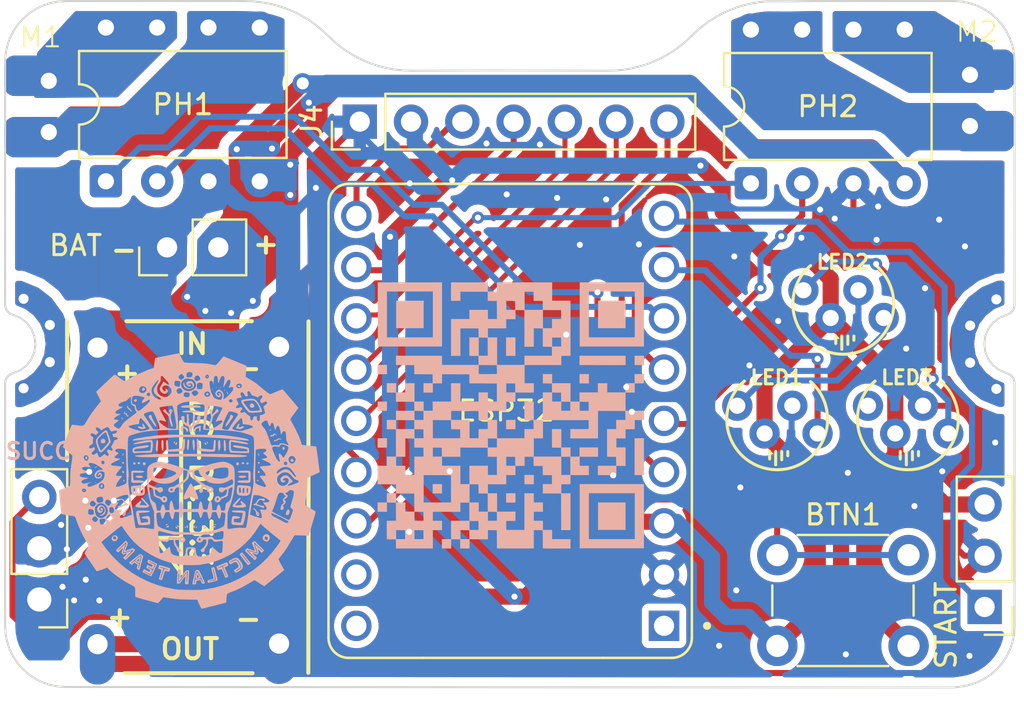
<source format=kicad_pcb>
(kicad_pcb (version 20241229) (generator "pcbnew") (generator_version "9.0")
  (layers (0 "F.Cu" signal) (2 "B.Cu" signal) (13 "F.Paste" user) (15 "B.Paste" user) (5 "F.SilkS" user "F.Silkscreen") (7 "B.SilkS" user "B.Silkscreen") (1 "F.Mask" user) (3 "B.Mask" user) (25 "Edge.Cuts" user))
  (net 0 "")
  (net 1 "GND")
  (net 2 "/PWM_M1A")
  (net 3 "/PWM_M2A")
  (net 4 "/BATT")
  (net 5 "/PWM_M2B")
  (net 6 "+3.3V")
  (net 7 "/LEDS")
  (net 8 "Net-(LED2-DOUT)")
  (net 9 "/SUCC")
  (net 10 "/PIN3")
  (net 11 "/PWM_M1B")
  (net 12 "/PIN4")
  (net 13 "/PIN9")
  (net 14 "/PIN1")
  (net 15 "/PIN0")
  (net 16 "Net-(M1-Pin_1)")
  (net 17 "Net-(M1-Pin_2)")
  (net 18 "/START")
  (net 19 "Net-(LED1-DOUT)")
  (net 20 "/BTN")
  (net 22 "/AUX_GND")
  (net 26 "Net-(M2-Pin_1)")
  (net 27 "Net-(M2-Pin_2)")
  (footprint "Package_DIP:DIP-8_W7.62mm" (layer "F.Cu") (at 116.57 84.06 90)
    (property "Reference" "PH1")
    (property "Value" "~")
  )
  (footprint "MountingHole:MountingHole_3.2mm_M3_Pad_Via" (layer "F.Cu") (at 161.59762 92.132157 157.5)
    (property "Reference" "REF**" (hide yes))
    (property "Value" "MountingHole_3.2mm_M3_Pad_Via" (hide yes))
  )
  (footprint "custom_footprints:motor_pads" (layer "F.Cu") (at 115.391 80.223 180)
    (property "Reference" "M1")
    (property "Value" "Conn_01x02_Socket" (hide yes))
  )
  (footprint "Connector_PinHeader_2.54mm:PinHeader_1x02_P2.54mm_Vertical" (layer "F.Cu") (at 119.6 87.335355 90)
    (property "Reference" "BAT")
    (property "Value" "Conn_01x02_Socket" (hide yes))
  )
  (footprint "custom_footprints:LED_D5.0mm-4_RGB_Staggered_Pins" (layer "F.Cu") (at 153.171918 90.160355)
    (property "Reference" "LED2")
    (property "Value" "~")
  )
  (footprint "custom_footprints:LED_D5.0mm-4_RGB_Staggered_Pins" (layer "F.Cu") (at 149.896918 95.885355)
    (property "Reference" "LED1")
    (property "Value" "~")
  )
  (footprint "MountingHole:MountingHole_3.2mm_M3_Pad_Via" (layer "F.Cu") (at 111.574285 92.103127 -22.5)
    (property "Reference" "REF**" (hide yes))
    (property "Value" "MountingHole_3.2mm_M3_Pad_Via" (hide yes))
  )
  (footprint "Connector_PinHeader_2.54mm:PinHeader_1x03_P2.54mm_Vertical" (layer "F.Cu") (at 113.271918 104.790355 180)
    (property "Reference" "SUCC")
    (property "Value" "Conn_01x03_Socket" (hide yes))
  )
  (footprint "Button_Switch_THT:SW_PUSH_6mm_H4.3mm" (layer "F.Cu") (at 149.83 102.59)
    (property "Reference" "BTN1")
    (property "Value" "~")
  )
  (footprint "custom_footprints:DC-DC_3.3 CN3903" (layer "F.Cu") (at 120.596918 99.285355 180)
    (property "Reference" "DC-DC_3.3")
    (property "Value" "~" (hide yes))
  )
  (footprint "Package_DIP:DIP-8_W7.62mm" (layer "F.Cu") (at 148.52 84.16 90)
    (property "Reference" "PH2")
    (property "Value" "~")
  )
  (footprint "custom_footprints:LED_D5.0mm-4_RGB_Staggered_Pins" (layer "F.Cu") (at 156.37 95.885)
    (property "Reference" "LED3")
    (property "Value" "~")
  )
  (footprint "custom_footprints:motor_pads" (layer "F.Cu") (at 157.719 80.177)
    (property "Reference" "M2")
    (property "Value" "Conn_01x02_Socket" (hide yes))
  )
  (footprint "Connector_PinHeader_2.54mm:PinHeader_1x07_P2.54mm_Vertical" (layer "F.Cu") (at 129.144285 81.103125 90)
    (property "Reference" "J4")
    (property "Value" "Conn_01x07_Socket" (hide yes))
  )
  (footprint "MictlanTeam-Library:ESP32-S3-ZERO" (layer "F.Cu") (at 136.596918 95.935355 180)
    (property "Reference" "ESP32")
    (property "Value" "ESP32-S3-ZERO" (hide yes))
  )
  (footprint "Connector_PinHeader_2.54mm:PinHeader_1x03_P2.54mm_Vertical" (layer "F.Cu") (at 160.096918 105.160355 180)
    (property "Reference" "START")
    (property "Value" "Conn_01x03_Socket" (hide yes))
  )
  (footprint "Connector_PinHeader_2.54mm:PinHeader_1x03_P2.54mm_Vertical" (layer "F.Cu") (at 113.271918 104.790355 180)
    (property "Reference" "J1" (hide yes))
    (property "Value" "Conn_01x03_Socket" (hide yes))
  )
  (footprint "MictlanTeam-Library:QR MT 15mm" (layer "B.Cu") (at 136.63 95.66 180)
    (property "Reference" "G***" (hide yes))
    (property "Value" "LOGO" (hide yes))
  )
  (footprint "MictlanTeam-Library:MT_Silkscreen 15mm" (layer "B.Cu") (at 120.7 98.92 180)
    (property "Reference" "G***" (hide yes))
    (property "Value" "LOGO" (hide yes))
  )
  (gr_line (start 111.629136 93.859755) (end 111.607857 93.912755) (stroke (width 0.1)) (layer "Edge.Cuts"))
  (gr_line (start 160.96012 76.299999) (end 161.178137 76.626285) (stroke (width 0.1)) (layer "Edge.Cuts"))
  (gr_line (start 113.432013 108.897925) (end 113.803602 109.024064) (stroke (width 0.1)) (layer "Edge.Cuts"))
  (gr_line (start 114.188481 75.15195) (end 114.580059 75.126285) (stroke (width 0.1)) (layer "Edge.Cuts"))
  (gr_line (start 144.039658 77.970764) (end 143.692044 78.13002) (stroke (width 0.1)) (layer "Edge.Cuts"))
  (gr_line (start 113.080062 92.126287) (end 113.02895 91.738054) (stroke (width 0.1)) (layer "Edge.Cuts"))
  (gr_line (start 126.699581 76.120087) (end 126.375987 75.916409) (stroke (width 0.1)) (layer "Edge.Cuts"))
  (gr_line (start 161.392955 90.572699) (end 161.434636 90.533662) (stroke (width 0.1)) (layer "Edge.Cuts"))
  (gr_line (start 160.830057 93.425325) (end 160.519403 93.186946) (stroke (width 0.1)) (layer "Edge.Cuts"))
  (gr_line (start 161.351699 76.978238) (end 161.477838 77.349829) (stroke (width 0.1)) (layer "Edge.Cuts"))
  (gr_line (start 148.563178 75.239651) (end 148.940324 75.176763) (stroke (width 0.1)) (layer "Edge.Cuts"))
  (gr_line (start 161.298129 90.636061) (end 161.347271 90.606969) (stroke (width 0.1)) (layer "Edge.Cuts"))
  (gr_line (start 137.677099 78.567941) (end 135.935324 78.561979) (stroke (width 0.1)) (layer "Edge.Cuts"))
  (gr_line (start 160.830064 90.827248) (end 161.191833 90.677399) (stroke (width 0.1)) (layer "Edge.Cuts"))
  (gr_line (start 161.191833 93.575173) (end 160.830057 93.425325) (stroke (width 0.1)) (layer "Edge.Cuts"))
  (gr_line (start 111.688303 90.490316) (end 111.656057 90.443182) (stroke (width 0.1)) (layer "Edge.Cuts"))
  (gr_line (start 112.200002 107.952567) (end 112.458742 108.247606) (stroke (width 0.1)) (layer "Edge.Cuts"))
  (gr_line (start 111.605725 106.517864) (end 111.682284 106.902743) (stroke (width 0.1)) (layer "Edge.Cuts"))
  (gr_line (start 145.857188 76.589234) (end 146.151112 76.344686) (stroke (width 0.1)) (layer "Edge.Cuts"))
  (gr_line (start 161.246107 93.592942) (end 161.298126 93.616508) (stroke (width 0.1)) (layer "Edge.Cuts"))
  (gr_line (start 158.971642 75.151949) (end 159.356518 75.228507) (stroke (width 0.1)) (layer "Edge.Cuts"))
  (gr_line (start 160.080061 75.528206) (end 160.406341 75.746227) (stroke (width 0.1)) (layer "Edge.Cuts"))
  (gr_line (start 130.940329 78.528555) (end 131.320803 78.566396) (stroke (width 0.1)) (layer "Edge.Cuts"))
  (gr_line (start 112.879101 91.376286) (end 112.640722 91.065625) (stroke (width 0.1)) (layer "Edge.Cuts"))
  (gr_line (start 161.347267 93.645603) (end 161.392954 93.679869) (stroke (width 0.1)) (layer "Edge.Cuts"))
  (gr_line (start 160.701379 108.247604) (end 160.96012 107.952572) (stroke (width 0.1)) (layer "Edge.Cuts"))
  (gr_line (start 131.702946 78.579036) (end 135.935324 78.561979) (stroke (width 0.1)) (layer "Edge.Cuts"))
  (gr_line (start 112.458742 108.247606) (end 112.753776 108.506346) (stroke (width 0.1)) (layer "Edge.Cuts"))
  (gr_line (start 111.577098 88.877945) (end 111.580061 78.126285) (stroke (width 0.1)) (layer "Edge.Cuts"))
  (gr_line (start 161.471821 90.490313) (end 161.504061 90.443182) (stroke (width 0.1)) (layer "Edge.Cuts"))
  (gr_line (start 160.080061 108.724361) (end 160.406345 108.506345) (stroke (width 0.1)) (layer "Edge.Cuts"))
  (gr_line (start 111.577098 88.877945) (end 111.580061 90.171445) (stroke (width 0.1)) (layer "Edge.Cuts"))
  (gr_line (start 161.178135 107.626287) (end 161.351702 107.274336) (stroke (width 0.1)) (layer "Edge.Cuts"))
  (gr_line (start 123.059283 75.123124) (end 121.709283 75.123124) (stroke (width 0.1)) (layer "Edge.Cuts"))
  (gr_line (start 161.530984 93.859755) (end 161.552263 93.912755) (stroke (width 0.1)) (layer "Edge.Cuts"))
  (gr_line (start 146.460543 76.120086) (end 146.784134 75.916411) (stroke (width 0.1)) (layer "Edge.Cuts"))
  (gr_line (start 161.298126 93.616508) (end 161.347267 93.645603) (stroke (width 0.1)) (layer "Edge.Cuts"))
  (gr_line (start 161.178137 76.626285) (end 161.351699 76.978238) (stroke (width 0.1)) (layer "Edge.Cuts"))
  (gr_line (start 131.320803 78.566396) (end 131.702946 78.579036) (stroke (width 0.1)) (layer "Edge.Cuts"))
  (gr_line (start 161.552262 90.339817) (end 161.567645 90.28482) (stroke (width 0.1)) (layer "Edge.Cuts"))
  (gr_line (start 127.857191 77.116083) (end 128.151111 77.360629) (stroke (width 0.1)) (layer "Edge.Cuts"))
  (gr_line (start 160.701381 76.004968) (end 160.96012 76.299999) (stroke (width 0.1)) (layer "Edge.Cuts"))
  (gr_line (start 111.605726 77.734711) (end 111.682285 77.349829) (stroke (width 0.1)) (layer "Edge.Cuts"))
  (gr_line (start 145.302931 77.116084) (end 145.009006 77.36063) (stroke (width 0.1)) (layer "Edge.Cuts"))
  (gr_line (start 111.914014 93.592945) (end 111.861996 93.61651) (stroke (width 0.1)) (layer "Edge.Cuts"))
  (gr_line (start 111.767168 93.679869) (end 111.725485 93.71891) (stroke (width 0.1)) (layer "Edge.Cuts"))
  (gr_line (start 113.02895 91.738054) (end 112.879101 91.376286) (stroke (width 0.1)) (layer "Edge.Cuts"))
  (gr_line (start 111.656057 90.443182) (end 111.629136 90.392812) (stroke (width 0.1)) (layer "Edge.Cuts"))
  (gr_line (start 127.302932 76.589235) (end 127.009009 76.344689) (stroke (width 0.1)) (layer "Edge.Cuts"))
  (gr_line (start 161.471819 93.762255) (end 161.504063 93.809388) (stroke (width 0.1)) (layer "Edge.Cuts"))
  (gr_line (start 148.191011 75.327307) (end 148.563178 75.239651) (stroke (width 0.1)) (layer "Edge.Cuts"))
  (gr_line (start 159.72811 75.354648) (end 160.080061 75.528206) (stroke (width 0.1)) (layer "Edge.Cuts"))
  (gr_line (start 161.434634 93.71891) (end 161.471819 93.762255) (stroke (width 0.1)) (layer "Edge.Cuts"))
  (gr_line (start 147.120469 75.73455) (end 147.468076 75.575303) (stroke (width 0.1)) (layer "Edge.Cuts"))
  (gr_line (start 149.3208 75.138919) (end 150.399283 75.143124) (stroke (width 0.1)) (layer "Edge.Cuts"))
  (gr_line (start 161.347271 90.606969) (end 161.392955 90.572699) (stroke (width 0.1)) (layer "Edge.Cuts"))
  (gr_line (start 146.784134 75.916411) (end 147.120469 75.73455) (stroke (width 0.1)) (layer "Edge.Cuts"))
  (gr_line (start 111.767168 90.572701) (end 111.725488 90.533659) (stroke (width 0.1)) (layer "Edge.Cuts"))
  (gr_line (start 111.607857 93.912755) (end 111.592475 93.967752) (stroke (width 0.1)) (layer "Edge.Cuts"))
  (gr_line (start 145.009006 77.36063) (end 144.699577 77.585234) (stroke (width 0.1)) (layer "Edge.Cuts"))
  (gr_line (start 159.728109 108.897925) (end 160.080061 108.724361) (stroke (width 0.1)) (layer "Edge.Cuts"))
  (gr_line (start 111.583175 94.024099) (end 111.580059 94.081125) (stroke (width 0.1)) (layer "Edge.Cuts"))
  (gr_line (start 144.375988 77.788908) (end 144.039658 77.970764) (stroke (width 0.1)) (layer "Edge.Cuts"))
  (gr_line (start 161.191833 93.575173) (end 161.246107 93.592942) (stroke (width 0.1)) (layer "Edge.Cuts"))
  (gr_line (start 161.246109 90.659629) (end 161.298129 90.636061) (stroke (width 0.1)) (layer "Edge.Cuts"))
  (gr_line (start 111.914016 90.659631) (end 111.861997 90.63606) (stroke (width 0.1)) (layer "Edge.Cuts"))
  (gr_line (start 114.188483 109.10062) (end 114.580062 109.126287) (stroke (width 0.1)) (layer "Edge.Cuts"))
  (gr_line (start 111.968292 93.575174) (end 112.330063 93.425322) (stroke (width 0.1)) (layer "Edge.Cuts"))
  (gr_line (start 111.981983 107.626286) (end 112.200002 107.952567) (stroke (width 0.1)) (layer "Edge.Cuts"))
  (gr_line (start 111.968288 90.677398) (end 111.914016 90.659631) (stroke (width 0.1)) (layer "Edge.Cuts"))
  (gr_line (start 161.576945 94.024099) (end 161.58006 94.081123) (stroke (width 0.1)) (layer "Edge.Cuts"))
  (gr_line (start 112.330063 93.425322) (end 112.640719 93.18694) (stroke (width 0.1)) (layer "Edge.Cuts"))
  (gr_line (start 142.219794 78.528556) (end 141.839321 78.566401) (stroke (width 0.1)) (layer "Edge.Cuts"))
  (gr_line (start 111.725488 90.533659) (end 111.688303 90.490316) (stroke (width 0.1)) (layer "Edge.Cuts"))
  (gr_line (start 160.080059 92.126286) (end 160.131172 91.738056) (stroke (width 0.1)) (layer "Edge.Cuts"))
  (gr_line (start 147.825446 75.439354) (end 148.191011 75.327307) (stroke (width 0.1)) (layer "Edge.Cuts"))
  (gr_line (start 112.458738 76.004965) (end 112.753775 75.746229) (stroke (width 0.1)) (layer "Edge.Cuts"))
  (gr_line (start 125.692047 75.575299) (end 125.334675 75.439351) (stroke (width 0.1)) (layer "Edge.Cuts"))
  (gr_line (start 112.879098 92.876283) (end 113.028953 92.514512) (stroke (width 0.1)) (layer "Edge.Cuts"))
  (gr_line (start 111.629136 90.392812) (end 111.60786 90.339814) (stroke (width 0.1)) (layer "Edge.Cuts"))
  (gr_line (start 113.080059 108.724363) (end 113.432013 108.897925) (stroke (width 0.1)) (layer "Edge.Cuts"))
  (gr_line (start 161.392954 93.679869) (end 161.434634 93.71891) (stroke (width 0.1)) (layer "Edge.Cuts"))
  (gr_line (start 158.548436 109.15237) (end 158.971639 109.100623) (stroke (width 0.1)) (layer "Edge.Cuts"))
  (gr_line (start 128.784135 77.788909) (end 129.120466 77.970767) (stroke (width 0.1)) (layer "Edge.Cuts"))
  (gr_line (start 161.580057 95.126284) (end 161.58006 94.081123) (stroke (width 0.1)) (layer "Edge.Cuts"))
  (gr_line (start 112.330061 90.827246) (end 111.968288 90.677398) (stroke (width 0.1)) (layer "Edge.Cuts"))
  (gr_line (start 111.580057 106.126285) (end 111.580061 95.126289) (stroke (width 0.1)) (layer "Edge.Cuts"))
  (gr_line (start 161.552263 93.912755) (end 161.567646 93.967755) (stroke (width 0.1)) (layer "Edge.Cuts"))
  (gr_line (start 129.468077 78.130014) (end 129.825443 78.265965) (stroke (width 0.1)) (layer "Edge.Cuts"))
  (gr_line (start 114.580062 109.126287) (end 158.548436 109.15237) (stroke (width 0.1)) (layer "Edge.Cuts"))
  (gr_line (start 158.580062 75.126284) (end 158.971642 75.151949) (stroke (width 0.1)) (layer "Edge.Cuts"))
  (gr_line (start 161.567645 90.28482) (end 161.578504 90.19996) (stroke (width 0.1)) (layer "Edge.Cuts"))
  (gr_line (start 158.580062 75.126284) (end 151.749283 75.123124) (stroke (width 0.1)) (layer "Edge.Cuts"))
  (gr_line (start 111.861996 93.61651) (end 111.812851 93.645599) (stroke (width 0.1)) (layer "Edge.Cuts"))
  (gr_line (start 144.699577 77.585234) (end 144.375988 77.788908) (stroke (width 0.1)) (layer "Edge.Cuts"))
  (gr_line (start 112.753775 75.746229) (end 113.080059 75.528207) (stroke (width 0.1)) (layer "Edge.Cuts"))
  (gr_line (start 160.406345 108.506345) (end 160.701379 108.247604) (stroke (width 0.1)) (layer "Edge.Cuts"))
  (gr_line (start 111.812851 93.645599) (end 111.767168 93.679869) (stroke (width 0.1)) (layer "Edge.Cuts"))
  (gr_line (start 161.530984 90.392818) (end 161.552262 90.339817) (stroke (width 0.1)) (layer "Edge.Cuts"))
  (gr_line (start 129.120466 77.970767) (end 129.468077 78.130014) (stroke (width 0.1)) (layer "Edge.Cuts"))
  (gr_line (start 111.808422 107.274337) (end 111.981983 107.626286) (stroke (width 0.1)) (layer "Edge.Cuts"))
  (gr_line (start 160.281022 92.876284) (end 160.131172 92.514514) (stroke (width 0.1)) (layer "Edge.Cuts"))
  (gr_line (start 161.191833 90.677399) (end 161.246109 90.659629) (stroke (width 0.1)) (layer "Edge.Cuts"))
  (gr_line (start 161.554395 77.734707) (end 161.580061 78.126287) (stroke (width 0.1)) (layer "Edge.Cuts"))
  (gr_line (start 137.677099 78.567941) (end 141.457178 78.579034) (stroke (width 0.1)) (layer "Edge.Cuts"))
  (gr_line (start 161.504061 90.443182) (end 161.530984 90.392818) (stroke (width 0.1)) (layer "Edge.Cuts"))
  (gr_line (start 161.58006 106.126284) (end 161.580057 95.126284) (stroke (width 0.1)) (layer "Edge.Cuts"))
  (gr_line (start 147.468076 75.575303) (end 147.825446 75.439354) (stroke (width 0.1)) (layer "Edge.Cuts"))
  (gr_line (start 112.640719 93.18694) (end 112.879098 92.876283) (stroke (width 0.1)) (layer "Edge.Cuts"))
  (gr_line (start 130.191012 78.378008) (end 130.56318 78.465666) (stroke (width 0.1)) (layer "Edge.Cuts"))
  (gr_line (start 111.656057 93.809392) (end 111.629136 93.859755) (stroke (width 0.1)) (layer "Edge.Cuts"))
  (gr_line (start 148.940324 75.176763) (end 149.3208 75.138919) (stroke (width 0.1)) (layer "Edge.Cuts"))
  (gr_line (start 111.682285 77.349829) (end 111.808425 76.978233) (stroke (width 0.1)) (layer "Edge.Cuts"))
  (gr_line (start 161.351702 107.274336) (end 161.477838 106.902741) (stroke (width 0.1)) (layer "Edge.Cuts"))
  (gr_line (start 111.592475 93.967752) (end 111.583175 94.024099) (stroke (width 0.1)) (layer "Edge.Cuts"))
  (gr_line (start 160.406341 75.746227) (end 160.701381 76.004968) (stroke (width 0.1)) (layer "Edge.Cuts"))
  (gr_line (start 111.808425 76.978233) (end 111.981982 76.626284) (stroke (width 0.1)) (layer "Edge.Cuts"))
  (gr_line (start 160.131172 92.514514) (end 160.080059 92.126286) (stroke (width 0.1)) (layer "Edge.Cuts"))
  (gr_line (start 126.375987 75.916409) (end 126.039656 75.734553) (stroke (width 0.1)) (layer "Edge.Cuts"))
  (gr_line (start 111.981982 76.626284) (end 112.2 76.3) (stroke (width 0.1)) (layer "Edge.Cuts"))
  (gr_line (start 145.857188 76.589234) (end 145.302931 77.116084) (stroke (width 0.1)) (layer "Edge.Cuts"))
  (gr_line (start 123.839318 75.138919) (end 123.059283 75.123124) (stroke (width 0.1)) (layer "Edge.Cuts"))
  (gr_line (start 112.640722 91.065625) (end 112.330061 90.827246) (stroke (width 0.1)) (layer "Edge.Cuts"))
  (gr_line (start 160.519403 93.186946) (end 160.281022 92.876284) (stroke (width 0.1)) (layer "Edge.Cuts"))
  (gr_line (start 124.59694 75.239649) (end 124.219798 75.176761) (stroke (width 0.1)) (layer "Edge.Cuts"))
  (gr_line (start 124.969109 75.327306) (end 124.59694 75.239649) (stroke (width 0.1)) (layer "Edge.Cuts"))
  (gr_line (start 112.753776 108.506346) (end 113.080059 108.724363) (stroke (width 0.1)) (layer "Edge.Cuts"))
  (gr_line (start 125.334675 75.439351) (end 124.969109 75.327306) (stroke (width 0.1)) (layer "Edge.Cuts"))
  (gr_line (start 129.825443 78.265965) (end 130.191012 78.378008) (stroke (width 0.1)) (layer "Edge.Cuts"))
  (gr_line (start 113.080059 75.528207) (end 113.432012 75.354655) (stroke (width 0.1)) (layer "Edge.Cuts"))
  (gr_line (start 111.580059 94.081125) (end 111.580061 95.126289) (stroke (width 0.1)) (layer "Edge.Cuts"))
  (gr_line (start 128.460544 77.585228) (end 128.784135 77.788909) (stroke (width 0.1)) (layer "Edge.Cuts"))
  (gr_line (start 111.725485 93.71891) (end 111.688301 93.762253) (stroke (width 0.1)) (layer "Edge.Cuts"))
  (gr_line (start 121.709283 75.123124) (end 114.580059 75.126285) (stroke (width 0.1)) (layer "Edge.Cuts"))
  (gr_line (start 158.971639 109.100623) (end 159.35652 109.024063) (stroke (width 0.1)) (layer "Edge.Cuts"))
  (gr_line (start 113.803602 109.024064) (end 114.188483 109.10062) (stroke (width 0.1)) (layer "Edge.Cuts"))
  (gr_line (start 146.151112 76.344686) (end 146.460543 76.120086) (stroke (width 0.1)) (layer "Edge.Cuts"))
  (gr_line (start 161.578504 90.19996) (end 161.580061 78.126287) (stroke (width 0.1)) (layer "Edge.Cuts"))
  (gr_line (start 141.839321 78.566401) (end 141.457178 78.579034) (stroke (width 0.1)) (layer "Edge.Cuts"))
  (gr_line (start 159.35652 109.024063) (end 159.728109 108.897925) (stroke (width 0.1)) (layer "Edge.Cuts"))
  (gr_line (start 126.039656 75.734553) (end 125.692047 75.575299) (stroke (width 0.1)) (layer "Edge.Cuts"))
  (gr_line (start 128.151111 77.360629) (end 128.460544 77.585228) (stroke (width 0.1)) (layer "Edge.Cuts"))
  (gr_line (start 111.688301 93.762253) (end 111.656057 93.809392) (stroke (width 0.1)) (layer "Edge.Cuts"))
  (gr_line (start 127.857191 77.116083) (end 127.302932 76.589235) (stroke (width 0.1)) (layer "Edge.Cuts"))
  (gr_line (start 124.219798 75.176761) (end 123.839318 75.138919) (stroke (width 0.1)) (layer "Edge.Cuts"))
  (gr_line (start 161.477838 77.349829) (end 161.554395 77.734707) (stroke (width 0.1)) (layer "Edge.Cuts"))
  (gr_line (start 142.96911 78.378011) (end 142.596941 78.465671) (stroke (width 0.1)) (layer "Edge.Cuts"))
  (gr_line (start 111.580057 106.126285) (end 111.605725 106.517864) (stroke (width 0.1)) (layer "Edge.Cuts"))
  (gr_line (start 111.812849 90.606967) (end 111.767168 90.572701) (stroke (width 0.1)) (layer "Edge.Cuts"))
  (gr_line (start 111.583173 90.228476) (end 111.580061 90.171445) (stroke (width 0.1)) (layer "Edge.Cuts"))
  (gr_line (start 130.56318 78.465666) (end 130.940329 78.528555) (stroke (width 0.1)) (layer "Edge.Cuts"))
  (gr_line (start 112.2 76.3) (end 112.458738 76.004965) (stroke (width 0.1)) (layer "Edge.Cuts"))
  (gr_line (start 161.554394 106.517865) (end 161.58006 106.126284) (stroke (width 0.1)) (layer "Edge.Cuts"))
  (gr_line (start 161.434636 90.533662) (end 161.471821 90.490313) (stroke (width 0.1)) (layer "Edge.Cuts"))
  (gr_line (start 143.334677 78.26596) (end 142.96911 78.378011) (stroke (width 0.1)) (layer "Edge.Cuts"))
  (gr_line (start 111.682284 106.902743) (end 111.808422 107.274337) (stroke (width 0.1)) (layer "Edge.Cuts"))
  (gr_line (start 161.504063 93.809388) (end 161.530984 93.859755) (stroke (width 0.1)) (layer "Edge.Cuts"))
  (gr_line (start 111.592478 90.284816) (end 111.583173 90.228476) (stroke (width 0.1)) (layer "Edge.Cuts"))
  (gr_line (start 113.028953 92.514512) (end 113.080062 92.126287) (stroke (width 0.1)) (layer "Edge.Cuts"))
  (gr_line (start 143.692044 78.13002) (end 143.334677 78.26596) (stroke (width 0.1)) (layer "Edge.Cuts"))
  (gr_line (start 161.567646 93.967755) (end 161.576945 94.024099) (stroke (width 0.1)) (layer "Edge.Cuts"))
  (gr_line (start 151.749283 75.123124) (end 150.399283 75.143124) (stroke (width 0.1)) (layer "Edge.Cuts"))
  (gr_line (start 159.356518 75.228507) (end 159.72811 75.354648) (stroke (width 0.1)) (layer "Edge.Cuts"))
  (gr_line (start 111.60786 90.339814) (end 111.592478 90.284816) (stroke (width 0.1)) (layer "Edge.Cuts"))
  (gr_line (start 111.580061 78.126285) (end 111.605726 77.734711) (stroke (width 0.1)) (layer "Edge.Cuts"))
  (gr_line (start 160.281023 91.376283) (end 160.519399 91.065622) (stroke (width 0.1)) (layer "Edge.Cuts"))
  (gr_line (start 111.861997 90.63606) (end 111.812849 90.606967) (stroke (width 0.1)) (layer "Edge.Cuts"))
  (gr_line (start 161.477838 106.902741) (end 161.554394 106.517865) (stroke (width 0.1)) (layer "Edge.Cuts"))
  (gr_line (start 127.009009 76.344689) (end 126.699581 76.120087) (stroke (width 0.1)) (layer "Edge.Cuts"))
  (gr_line (start 113.432012 75.354645) (end 113.803602 75.228508) (stroke (width 0.1)) (layer "Edge.Cuts"))
  (gr_line (start 111.968292 93.575174) (end 111.914014 93.592945) (stroke (width 0.1)) (layer "Edge.Cuts"))
  (gr_line (start 142.596941 78.465671) (end 142.219794 78.528556) (stroke (width 0.1)) (layer "Edge.Cuts"))
  (gr_line (start 160.519399 91.065622) (end 160.830064 90.827248) (stroke (width 0.1)) (layer "Edge.Cuts"))
  (gr_line (start 160.96012 107.952572) (end 161.178135 107.626287) (stroke (width 0.1)) (layer "Edge.Cuts"))
  (gr_line (start 113.803602 75.228508) (end 114.188481 75.15195) (stroke (width 0.1)) (layer "Edge.Cuts"))
  (gr_line (start 160.131172 91.738056) (end 160.281023 91.376283) (stroke (width 0.1)) (layer "Edge.Cuts"))
  (gr_text "-" (at 116.71 88.02 0) (layer "F.SilkS") (effects (font (size 1 1) (thickness 0.2) (bold yes)) (justify left bottom)))
  (gr_text "+" (at 123.75 87.73 0) (layer "F.SilkS") (effects (font (size 1 1) (thickness 0.2) (bold yes)) (justify left bottom)))
  (segment (start 113.146918 104.835355) (end 114.546918 104.835355) (width 1) (layer "F.Cu") (net 1))
  (segment (start 153.599282 85.812719) (end 153.599282 84.163126) (width 0.3) (layer "F.Cu") (net 1))
  (segment (start 115.571918 103.810355) (end 125.146918 94.235355) (width 1) (layer "F.Cu") (net 1))
  (segment (start 152.371918 85.360355) (end 152.371918 85.610355) (width 0.3) (layer "F.Cu") (net 1))
  (segment (start 155.746918 85.960355) (end 154.746918 86.960355) (width 0.3) (layer "F.Cu") (net 1))
  (segment (start 153.446918 87.235355) (end 153.721918 86.960355) (width 0.3) (layer "F.Cu") (net 1))
  (segment (start 142.346918 94.260355) (end 142.346918 95.210355) (width 0.3) (layer "F.Cu") (net 1))
  (segment (start 131.596918 100.435355) (end 131.596918 101.435355) (width 0.3) (layer "F.Cu") (net 1))
  (segment (start 119.325 87.610355) (end 119.6 87.335355) (width 0.3) (layer "F.Cu") (net 1))
  (segment (start 147.996918 99.235355) (end 147.996918 104.135355) (width 0.3) (layer "F.Cu") (net 1))
  (segment (start 159.346918 107.435355) (end 158.596918 106.685355) (width 0.3) (layer "F.Cu") (net 1))
  (segment (start 148.446918 93.185355) (end 148.446918 92.410355) (width 0.3) (layer "F.Cu") (net 1))
  (segment (start 153.721918 86.960355) (end 154.746918 86.960355) (width 0.3) (layer "F.Cu") (net 1))
  (segment (start 151.946918 85.460355) (end 151.946918 85.935355) (width 0.3) (layer "F.Cu") (net 1))
  (segment (start 134.721848 82.885425) (end 132.896848 82.885425) (width 0.3) (layer "F.Cu") (net 1))
  (segment (start 147.996918 104.135355) (end 147.796918 104.335355) (width 0.3) (layer "F.Cu") (net 1))
  (segment (start 160.621918 97.010355) (end 159.196918 98.435355) (width 0.3) (layer "F.Cu") (net 1))
  (segment (start 157.146918 89.360355) (end 157.146918 89.260355) (width 0.3) (layer "F.Cu") (net 1))
  (segment (start 147.096918 87.185355) (end 142.971918 87.185355) (width 0.3) (layer "F.Cu") (net 1))
  (segment (start 126.971918 84.385355) (end 126.971918 83.280492) (width 0.3) (layer "F.Cu") (net 1))
  (segment (start 157.146918 89.260355) (end 159.121918 87.285355) (width 0.3) (layer "F.Cu") (net 1))
  (segment (start 158.796918 95.185355) (end 160.621918 97.010355) (width 0.3) (layer "F.Cu") (net 1))
  (segment (start 152.402053 85.360355) (end 152.371918 85.360355) (width 0.3) (layer "F.Cu") (net 1))
  (segment (start 147.696918 87.785355) (end 147.096918 87.185355) (width 0.3) (layer "F.Cu") (net 1))
  (segment (start 125.146918 94.235355) (end 125.146918 92.265355) (width 1) (layer "F.Cu") (net 1))
  (segment (start 152.671918 86.460355) (end 153.446918 87.235355) (width 0.3) (layer "F.Cu") (net 1))
  (segment (start 152.371918 85.610355) (end 152.671918 85.910355) (width 0.3) (layer "F.Cu") (net 1))
  (segment (start 119.6 87.335355) (end 119.6 86.105409) (width 1) (layer "F.Cu") (net 1))
  (segment (start 157.146918 89.360355) (end 154.746918 86.960355) (width 0.3) (layer "F.Cu") (net 1))
  (segment (start 132.896848 82.885425) (end 131.621918 84.160355) (width 0.3) (layer "F.Cu") (net 1))
  (segment (start 154.746918 86.960355) (end 153.599282 85.812719) (width 0.3) (layer "F.Cu") (net 1))
  (segment (start 153.221918 107.510355) (end 152.296918 108.435355) (width 0.3) (layer "F.Cu") (net 1))
  (segment (start 159.081918 102.620355) (end 156.621918 100.160355) (width 0.3) (layer "F.Cu") (net 1))
  (segment (start 157.046918 95.185355) (end 158.796918 95.185355) (width 0.3) (layer "F.Cu") (net 1))
  (segment (start 158.596918 104.120355) (end 160.096918 102.620355) (width 0.3) (layer "F.Cu") (net 1))
  (segment (start 126.971918 83.280492) (end 129.149285 81.103125) (width 0.3) (layer "F.Cu") (net 1))
  (segment (start 136.421918 84.710355) (end 136.421918 83.885355) (width 0.3) (layer "F.Cu") (net 1))
  (segment (start 114.546918 104.835355) (end 115.571918 103.810355) (width 1) (layer "F.Cu") (net 1))
  (segment (start 141.696918 98.635355) (end 139.371918 96.310355) (width 0.3) (layer "F.Cu") (net 1))
  (segment (start 140.046918 86.260355) (end 141.346918 84.960355) (width 0.3) (layer "F.Cu") (net 1))
  (segment (start 153.599282 84.163126) (end 154.496511 85.060355) (width 0.3) (layer "F.Cu") (net 1))
  (segment (start 154.646918 85.060355) (end 155.546918 85.960355) (width 0.3) (layer "F.Cu") (net 1))
  (segment (start 154.496511 85.060355) (end 154.646918 85.060355) (width 0.3) (layer "F.Cu") (net 1))
  (segment (start 148.446918 92.410355) (end 149.871918 90.985355) (width 0.3) (layer "F.Cu") (net 1))
  (segment (start 118.69 87.56) (end 118.740355 87.610355) (width 0.3) (layer "F.Cu") (net 1))
  (segment (start 152.296918 108.435355) (end 148.296918 108.435355) (width 0.3) (layer "F.Cu") (net 1))
  (segment (start 159.346918 107.585355) (end 159.346918 107.435355) (width 0.3) (layer "F.Cu") (net 1))
  (segment (start 139.371918 96.310355) (end 139.371918 91.660355) (width 0.3) (layer "F.Cu") (net 1))
  (segment (start 113.821918 104.160355) (end 113.146918 104.835355) (width 0.3) (layer "F.Cu") (net 1))
  (segment (start 148.296918 108.435355) (end 146.946918 107.085355) (width 0.3) (layer "F.Cu") (net 1))
  (segment (start 136.421918 83.885355) (end 138.071918 82.235355) (width 0.3) (layer "F.Cu") (net 1))
  (segment (start 158.596918 106.685355) (end 158.596918 104.120355) (width 0.3) (layer "F.Cu") (net 1))
  (segment (start 119.6 86.105409) (end 121.652283 84.053126) (width 1) (layer "F.Cu") (net 1))
  (segment (start 151.946918 85.935355) (end 151.021918 86.860355) (width 0.3) (layer "F.Cu") (net 1))
  (segment (start 133.596918 98.435355) (end 131.596918 100.435355) (width 0.3) (layer "F.Cu") (net 1))
  (segment (start 140.046918 87.210355) (end 140.046918 86.260355) (width 0.3) (layer "F.Cu") (net 1))
  (segment (start 114.421918 104.160355) (end 113.821918 104.160355) (width 0.3) (layer "F.Cu") (net 1))
  (segment (start 159.196918 98.435355) (end 157.996918 98.435355) (width 0.3) (layer "F.Cu") (net 1))
  (segment (start 153.321918 98.510355) (end 153.096918 98.285355) (width 0.3) (layer "F.Cu") (net 1))
  (segment (start 152.671918 85.910355) (end 152.671918 86.460355) (width 0.3) (layer "F.Cu") (net 1))
  (segment (start 153.599282 84.163126) (end 152.402053 85.360355) (width 0.3) (layer "F.Cu") (net 1))
  (segment (start 135.421918 82.185355) (end 134.721848 82.885425) (width 0.3) (layer "F.Cu") (net 1))
  (segment (start 142.346918 95.210355) (end 142.621918 95.485355) (width 0.3) (layer "F.Cu") (net 1))
  (segment (start 160.096918 102.620355) (end 159.081918 102.620355) (width 0.3) (layer "F.Cu") (net 1))
  (segment (start 155.546918 85.960355) (end 157.846918 85.960355) (width 0.3) (layer "F.Cu") (net 1))
  (segment (start 157.846918 85.960355) (end 155.746918 85.960355) (width 0.3) (layer "F.Cu") (net 1))
  (via (at 141.346918 84.960355) (size 0.6) (drill 0.3) (layers "F.Cu" "B.Cu") (net 1))
  (via (at 156.621918 100.160355) (size 0.6) (drill 0.3) (layers "F.Cu" "B.Cu") (net 1))
  (via (at 156.212266 92.354655) (size 0.6) (drill 0.3) (layers "F.Cu" "B.Cu") (net 1))
  (via (at 138.071918 82.235355) (size 0.6) (drill 0.3) (layers "F.Cu" "B.Cu") (net 1))
  (via (at 142.346918 94.260355) (size 0.6) (drill 0.3) (layers "F.Cu" "B.Cu") (net 1))
  (via (at 131.621918 84.160355) (size 0.6) (drill 0.3) (layers "F.Cu" "B.Cu") (net 1))
  (via (at 149.871918 90.985355) (size 0.6) (drill 0.3) (layers "F.Cu" "B.Cu") (net 1))
  (via (at 139.371918 91.660355) (size 0.6) (drill 0.3) (layers "F.Cu" "B.Cu") (net 1))
  (via (at 148.446918 93.185355) (size 0.6) (drill 0.3) (layers "F.Cu" "B.Cu") (net 1))
  (via (at 141.696918 98.635355) (size 0.6) (drill 0.3) (layers "F.Cu" "B.Cu") (net 1))
  (via (at 159.346918 107.585355) (size 0.6) (drill 0.3) (layers "F.Cu" "B.Cu") (net 1))
  (via (at 114.996918 104.835355) (size 0.6) (drill 0.3) (layers "F.Cu" "B.Cu") (net 1))
  (via (at 159.121918 87.285355) (size 0.6) (drill 0.3) (layers "F.Cu" "B.Cu") (net 1))
  (via (at 153.221918 107.510355) (size 0.6) (drill 0.3) (layers "F.Cu" "B.Cu") (net 1))
  (via (at 147.796918 104.335355) (size 0.6) (drill 0.3) (layers "F.Cu" "B.Cu") (net 1))
  (via (at 151.946918 85.460355) (size 0.6) (drill 0.3) (layers "F.Cu" "B.Cu") (net 1))
  (via (at 142.971918 87.185355) (size 0.6) (drill 0.3) (layers "F.Cu" "B.Cu") (net 1))
  (via (at 133.596918 98.435355) (size 0.6) (drill 0.3) (layers "F.Cu" "B.Cu") (net 1))
  (via (at 142.621918 95.485355) (size 0.6) (drill 0.3) (layers "F.Cu" "B.Cu") (net 1))
  (via (at 146.946918 107.085355) (size 0.6) (drill 0.3) (layers "F.Cu" "B.Cu") (net 1))
  (via (at 157.846918 85.960355) (size 0.6) (drill 0.3) (layers "F.Cu" "B.Cu") (net 1))
  (via (at 157.996918 98.435355) (size 0.6) (drill 0.3) (layers "F.Cu" "B.Cu") (net 1))
  (via (at 147.996918 99.235355) (size 0.6) (drill 0.3) (layers "F.Cu" "B.Cu") (net 1))
  (via (at 153.321918 98.510355) (size 0.6) (drill 0.3) (layers "F.Cu" "B.Cu") (net 1))
  (via (at 135.421918 82.185355) (size 0.6) (drill 0.3) (layers "F.Cu" "B.Cu") (net 1))
  (via (at 136.421918 84.710355) (size 0.6) (drill 0.3) (layers "F.Cu" "B.Cu") (net 1))
  (via (at 157.146918 89.360355) (size 0.6) (drill 0.3) (layers "F.Cu" "B.Cu") (net 1))
  (via (at 151.021918 86.860355) (size 0.6) (drill 0.3) (layers "F.Cu" "B.Cu") (net 1))
  (via (at 115.571918 103.810355) (size 0.6) (drill 0.3) (layers "F.Cu" "B.Cu") (net 1))
  (via (at 140.046918 87.210355) (size 0.6) (drill 0.3) (layers "F.Cu" "B.Cu") (net 1))
  (via (at 126.971918 84.385355) (size 0.6) (drill 0.3) (layers "F.Cu" "B.Cu") (net 1))
  (via (at 152.671918 85.910355) (size 0.6) (drill 0.3) (layers "F.Cu" "B.Cu") (net 1))
  (via (at 114.421918 104.160355) (size 0.6) (drill 0.3) (layers "F.Cu" "B.Cu") (net 1))
  (via (at 131.596918 101.435355) (size 0.6) (drill 0.3) (layers "F.Cu" "B.Cu") (net 1))
  (via (at 154.821918 85.310355) (size 0.6) (drill 0.3) (layers "F.Cu" "B.Cu") (net 1))
  (via (at 154.746918 86.960355) (size 0.6) (drill 0.3) (layers "F.Cu" "B.Cu") (net 1))
  (via (at 160.621918 97.010355) (size 0.6) (drill 0.3) (layers "F.Cu" "B.Cu") (net 1))
  (via (at 116.246918 104.835355) (size 0.6) (drill 0.3) (layers "F.Cu" "B.Cu") (net 1))
  (via (at 138.921918 84.885355) (size 0.6) (drill 0.3) (layers "F.Cu" "B.Cu") (net 1))
  (via (at 147.696918 87.785355) (size 0.6) (drill 0.3) (layers "F.Cu" "B.Cu") (net 1))
  (segment (start 129.149285 81.687722) (end 129.149285 81.103125) (width 0.3) (layer "B.Cu") (net 1))
  (segment (start 113.146918 104.835355) (end 113.296918 104.835355) (width 0.3) (layer "B.Cu") (net 1))
  (segment (start 120.346918 97.010355) (end 125.116918 92.240355) (width 1) (layer "B.Cu") (net 1))
  (segment (start 126.421918 85.235355) (end 126.971918 84.685355) (width 0.3) (layer "B.Cu") (net 1))
  (segment (start 117.771918 88.785355) (end 122.171918 93.185355) (width 0.3) (layer "B.Cu") (net 1))
  (segment (start 125.559418 86.560355) (end 125.559418 86.185355) (width 0.3) (layer "B.Cu") (net 1))
  (segment (start 131.596918 102.785355) (end 131.671918 102.860355) (width 0.3) (layer "B.Cu") (net 1))
  (segment (start 153.846918 91.960355) (end 153.846918 89.460355) (width 0.3) (layer "B.Cu") (net 1))
  (segment (start 125.596918 85.835355) (end 125.596918 85.810355) (width 0.3) (layer "B.Cu") (net 1))
  (segment (start 140.071918 87.185355) (end 140.046918 87.210355) (width 0.3) (layer "B.Cu") (net 1))
  (segment (start 125.559418 86.185355) (end 125.559418 86.097855) (width 0.3) (layer "B.Cu") (net 1))
  (segment (start 121.652283 84.053126) (end 122.039689 84.053126) (width 0.3) (layer "B.Cu") (net 1))
  (segment (start 157.046918 94.645007) (end 156.212266 93.810355) (width 0.3) (layer "B.Cu") (net 1))
  (segment (start 121.096918 92.235355) (end 121.421918 92.235355) (width 1) (layer "B.Cu") (net 1))
  (segment (start 119.146918 91.035355) (end 120.346918 92.235355) (width 1) (layer "B.Cu") (net 1))
  (segment (start 119.146918 88.985355) (end 119.146918 90.285355) (width 1) (layer "B.Cu") (net 1))
  (segment (start 121.652283 84.053126) (end 122.39667 84.053126) (width 0.3) (layer "B.Cu") (net 1))
  (segment (start 124.296918 85.535355) (end 124.746918 85.535355) (width 0.3) (layer "B.Cu") (net 1))
  (segment (start 120.346918 95.710355) (end 120.346918 95.010355) (width 1) (layer "B.Cu") (net 1))
  (segment (start 142.971918 87.185355) (end 140.071918 87.185355) (width 0.3) (layer "B.Cu") (net 1))
  (segment (start 120.346918 94.585355) (end 120.346918 96.160355) (width 1) (layer "B.Cu") (net 1))
  (segment (start 147.146918 96.057125) (end 147.146918 98.385355) (width 0.3) (layer "B.Cu") (net 1))
  (segment (start 123.309418 105.097855) (end 125.146918 106.935355) (width 1) (layer "B.Cu") (net 1))
  (segment (start 131.621918 84.160355) (end 129.149285 81.687722) (width 0.3) (layer "B.Cu") (net 1))
  (segment (start 113.271918 104.790355) (end 114.951918 104.790355) (width 0.3) (layer "B.Cu") (net 1))
  (segment (start 146.07842 94.988627) (end 146.118646 94.988627) (width 0.3) (layer "B.Cu") (net 1))
  (segment (start 121.584418 93.772855) (end 122.171918 93.185355) (width 1) (layer "B.Cu") (net 1))
  (segment (start 125.396918 86.185355) (end 125.559418 86.185355) (width 0.3) (layer "B.Cu") (net 1))
  (segment (start 153.221918 107.510355) (end 154.146918 108.435355) (width 0.3) (layer "B.Cu") (net 1))
  (segment (start 123.800408 85.456865) (end 123.878898 85.535355) (width 0.3) (layer "B.Cu") (net 1))
  (segment (start 120.346918 95.010355) (end 121.584418 93.772855) (width 1) (layer "B.Cu") (net 1))
  (segment (start 120.571918 95.935355) (end 120.346918 95.710355) (width 1) (layer "B.Cu") (net 1))
  (segment (start 113.146918 104.835355) (end 123.046918 104.835355) (width 0.3) (layer "B.Cu") (net 1))
  (segment (start 135.489688 82.253125) (end 135.421918 82.185355) (width 0.3) (layer "B.Cu") (net 1))
  (segment (start 124.071918 92.235355) (end 125.146918 93.310355) (width 1) (layer "B.Cu") (net 1))
  (segment (start 124.521918 85.310355) (end 124.671918 85.460355) (width 0.3) (layer "B.Cu") (net 1))
  (segment (start 126.186918 105.935355) (end 125.146918 106.975355) (width 0.3) (layer "B.Cu") (net 1))
  (segment (start 123.250408 84.906865) (end 123.800408 85.456865) (width 0.3) (layer "B.Cu") (net 1))
  (segment (start 113.146918 104.835355) (end 113.191918 104.790355) (width 0.3) (layer "B.Cu") (net 1))
  (segment (start 153.321918 98.510355) (end 152.286993 98.510355) (width 0.3) (layer "B.Cu") (net 1))
  (segment (start 152.346918 93.460355) (end 153.846918 91.960355) (width 0.3) (layer "B.Cu") (net 1))
  (segment (start 131.671918 102.860355) (end 131.671918 103.585355) (width 0.3) (layer "B.Cu") (net 1))
  (segment (start 117.771918 88.910355) (end 119.146918 90.285355) (width 0.3) (layer "B.Cu") (net 1))
  (segment (start 114.421918 104.160355) (end 115.221918 104.160355) (width 0.3) (layer "B.Cu") (net 1))
  (segment (start 122.39667 84.053126) (end 123.250408 84.906865) (width 0.3) (layer "B.Cu") (net 1))
  (segment (start 123.878898 85.535355) (end 124.296918 85.535355) (width 0.3) (layer "B.Cu") (net 1))
  (segment (start 124.596918 85.385355) (end 126.046918 85.385355) (width 0.3) (layer "B.Cu") (net 1))
  (segment (start 120.346918 92.235355) (end 121.421918 92.235355) (width 1) (layer "B.Cu") (net 1))
  (segment (start 138.921918 84.885355) (end 136.596918 84.885355) (width 0.3) (layer "B.Cu") (net 1))
  (segment (start 124.746918 85.535355) (end 125.121918 85.535355) (width 0.3) (layer "B.Cu") (net 1))
  (segment (start 138.996918 84.960355) (end 138.921918 84.885355) (width 0.3) (layer "B.Cu") (net 1))
  (segment (start 125.821918 91.530355) (end 125.821918 85.835355) (width 0.3) (layer "B.Cu") (net 1))
  (segment (start 124.671918 85.460355) (end 124.746918 85.535355) (width 0.3) (layer "B.Cu") (net 1))
  (segment (start 118.095054 87.610355) (end 121.652283 84.053126) (width 1) (layer "B.Cu") (net 1))
  (segment (start 120.346918 96.160355) (end 120.571918 95.935355) (width 1) (layer "B.Cu") (net 1))
  (segment (start 154.971918 100.160355) (end 153.321918 98.510355) (width 0.3) (layer "B.Cu") (net 1))
  (segment (start 153.674689 84.163126) (end 154.821918 85.310355) (width 0.3) (layer "B.Cu") (net 1))
  (segment (start 159.121918 87.285355) (end 159.121918 87.235355) (width 0.3) (layer "B.Cu") (net 1))
  (segment (start 123.289685 85.360355) (end 123.20804 85.360355) (width 0.3) (layer "B.Cu") (net 1))
  (segment (start 125.116918 92.240355) (end 125.116918 92.235355) (width 1) (layer "B.Cu") (net 1))
  (segment (start 125.116918 92.235355) (end 125.559418 91.792855) (width 0.3) (layer "B.Cu") (net 1))
  (segment (start 148.721918 93.460355) (end 152.346918 93.460355) (width 0.3) (layer "B.Cu") (net 1))
  (segment (start 156.621918 100.160355) (end 154.971918 100.160355) (width 0.3) (layer "B.Cu") (net 1))
  (segment (start 117.771918 87.610355) (end 117.771918 88.785355) (width 0.3) (layer "B.Cu") (net 1))
  (segment (start 117.771918 87.610355) (end 119.146918 88.985355) (width 0.3) (layer "B.Cu") (net 1))
  (segment (start 145.944448 94.854655) (end 146.07842 94.988627) (width 0.3) (layer "B.Cu") (net 1))
  (segment (start 120.346918 93.185355) (end 117.771918 90.610355) (width 1) (layer "B.Cu") (net 1))
  (segment (start 125.321918 92.030355) (end 125.321918 86.835355) (width 0.3) (layer "B.Cu") (net 1))
  (segment (start 122.171918 93.185355) (end 123.721918 93.185355) (width 1) (layer "B.Cu") (net 1))
  (segment (start 158.246918 108.435355) (end 158.271918 108.460355) (width 0.3) (layer "B.Cu") (net 1))
  (segment (start 119.146918 91.035355) (end 117.771918 89.660355) (width 1) (layer "B.Cu") (net 1))
  (segment (start 120.346918 97.010355) (end 120.346918 102.135355) (width 1) (layer "B.Cu") (net 1))
  (segment (start 123.155928 85.169365) (end 123.512908 85.169365) (width 0.3) (layer "B.Cu") (net 1))
  (segment (start 123.321918 93.185355) (end 123.721918 93.185355) (width 1) (layer "B.Cu") (net 1))
  (segment (start 117.771918 89.660355) (end 117.771918 87.610355) (width 1) (layer "B.Cu") (net 1))
  (segment (start 120.346918 93.985355) (end 120.346918 94.585355) (width 1) (layer "B.Cu") (net 1))
  (segment (start 113.271918 104.810355) (end 113.271918 104.790355) (width 0.3) (layer "B.Cu") (net 1))
  (segment (start 125.121918 85.535355) (end 125.321918 85.535355) (width 0.3) (layer "B.Cu") (net 1))
  (segment (start 156.212266 93.810355) (end 156.212266 92.354655) (width 0.3) (layer "B.Cu") (net 1))
  (segment (start 157.046918 95.185355) (end 157.046918 94.645007) (width 0.3) (layer "B.Cu") (net 1))
  (segment (start 126.596918 105.935355) (end 126.186918 105.935355) (width 0.3) (layer "B.Cu") (net 1))
  (segment (start 153.599282 84.163126) (end 153.244147 84.163126) (width 0.3) (layer "B.Cu") (net 1))
  (segment (start 133.796918 98.635355) (end 141.696918 98.635355) (width 0.3) (layer "B.Cu") (net 1))
  (segment (start 120.346918 96.160355) (end 120.346918 97.010355) (width 1) (layer "B.Cu") (net 1))
  (segment (start 125.721918 85.535355) (end 126.121918 85.535355) (width 0.3) (layer "B.Cu") (net 1))
  (segment (start 120.346918 102.135355) (end 117.646918 104.835355) (width 1) (layer "B.Cu") (net 1))
  (segment (start 159.121918 87.235355) (end 157.846918 85.960355) (width 0.3) (layer "B.Cu") (net 1))
  (segment (start 125.146918 92.265355) (end 125.146918 86.803374) (width 0.3) (layer "B.Cu") (net 1))
  (segment (start 156.496918 92.070003) (end 156.496918 90.010355) (width 0.3) (layer "B.Cu") (net 1))
  (segment (start 125.146918 93.310355) (end 125.146918 106.975355) (width 1) (layer "B.Cu") (net 1))
  (segment (start 125.559418 91.792855) (end 125.559418 86.560355) (width 0.3) (layer "B.Cu") (net 1))
  (segment (start 124.746918 85.760355) (end 124.746918 85.535355) (width 0.3) (layer "B.Cu") (net 1))
  (segment (start 146.07842 94.988627) (end 147.146918 96.057125) (width 0.3) (layer "B.Cu") (net 1))
  (segment (start 117.646918 104.835355) (end 116.246918 104.835355) (width 1) (layer "B.Cu") (net 1))
  (segment (start 125.721918 85.535355) (end 125.721918 85.685355) (width 0.3) (layer "B.Cu") (net 1))
  (segment (start 125.121918 85.660355) (end 125.559418 86.097855) (width 0.3) (layer "B.Cu") (net 1))
  (segment (start 125.121918 85.535355) (end 125.121918 85.660355) (width 0.3) (layer "B.Cu") (net 1))
  (segment (start 156.212266 92.354655) (end 156.496918 92.070003) (width 0.3) (layer "B.Cu") (net 1))
  (segment (start 147.721918 93.385355) (end 147.921918 93.185355) (width 0.3) (layer "B.Cu") (net 1))
  (segment (start 125.321918 85.535355) (end 125.596918 85.810355) (width 0.3) (layer "B.Cu") (net 1))
  (segment (start 117.771918 87.610355) (end 118.095054 87.610355) (width 0.3) (layer "B.Cu") (net 1))
  (segment (start 153.599282 84.163126) (end 153.674689 84.163126) (width 0.3) (layer "B.Cu") (net 1))
  (segment (start 126.046918 85.385355) (end 126.971918 84.460355) (width 0.3) (layer "B.Cu") (net 1))
  (segment (start 117.771918 90.610355) (end 117.771918 89.660355) (width 1) (layer "B.Cu") (net 1))
  (segment (start 125.116918 92.235355) (end 126.046918 91.305355) (width 0.3) (layer "B.Cu") (net 1))
  (segment (start 138.054148 82.253125) (end 135.489688 82.253125) (width 0.3) (layer "B.Cu") (net 1))
  (segment (start 157.996918 98.785355) (end 156.621918 100.160355) (width 0.3) (layer "B.Cu") (net 1))
  (segment (start 147.796918 104.335355) (end 150.046918 104.335355) (width 0.3) (layer "B.Cu") (net 1))
  (segment (start 150.536918 96.76028) (end 150.536918 95.910355) (width 0.3) (layer "B.Cu") (net 1))
  (segment (start 125.559418 86.097855) (end 125.696918 85.960355) (width 0.3) (layer "B.Cu") (net 1))
  (segment (start 122.039689 84.053126) (end 123.155928 85.169365) (width 0.3) (layer "B.Cu") (net 1))
  (segment (start 125.259248 85.210355) (end 123.885269 85.210355) (width 0.3) (layer "B.Cu") (net 1))
  (segment (start 126.971918 84.460355) (end 126.971918 84.385355) (width 0.3) (layer "B.Cu") (net 1))
  (segment (start 120.346918 102.135355) (end 123.309418 105.097855) (width 1) (layer "B.Cu") (net 1))
  (segment (start 142.621918 95.485355) (end 143.252618 94.854655) (width 0.3) (layer "B.Cu") (net 1))
  (segment (start 126.121918 85.535355) (end 126.421918 85.235355) (width 0.3) (layer "B.Cu") (net 1))
  (segment (start 136.596918 84.885355) (end 136.421918 84.710355) (width 0.3) (layer "B.Cu") (net 1))
  (segment (start 115.221918 104.160355) (end 115.571918 103.810355) (width 0.3) (layer "B.Cu") (net 1))
  (segment (start 138.071918 82.235355) (end 138.054148 82.253125) (width 0.3) (layer "B.Cu") (net 1))
  (segment (start 126.971918 84.685355) (end 126.971918 84.385355) (width 0.3) (layer "B.Cu") (net 1))
  (segment (start 120.559418 93.772855) (end 121.584418 93.772855) (width 1) (layer "B.Cu") (net 1))
  (segment (start 139.371918 91.660355) (end 139.746918 91.660355) (width 0.3) (layer "B.Cu") (net 1))
  (segment (start 130.165416 105.091857) (end 130.033914 104.960355) (width 0.3) (layer "B.Cu") (net 1))
  (segment (start 120.346918 95.710355) (end 120.346918 94.585355) (width 1) (layer "B.Cu") (net 1))
  (segment (start 141.346918 84.960355) (end 138.996918 84.960355) (width 0.3) (layer "B.Cu") (net 1))
  (segment (start 158.271918 108.460355) (end 159.146918 107.585355) (width 0.3) (layer "B.Cu") (net 1))
  (segment (start 125.559418 86.560355) (end 125.559418 85.510525) (width 0.3) (layer "B.Cu") (net 1))
  (segment (start 130.033914 104.960355) (end 127.571918 104.960355) (width 0.3) (layer "B.Cu") (net 1))
  (segment (start 133.596918 98.435355) (end 133.796918 98.635355) (width 0.3) (layer "B.Cu") (net 1))
  (segment (start 147.921918 93.185355) (end 148.446918 93.185355) (width 0.3) (layer "B.Cu") (net 1))
  (segment (start 119.146918 90.285355) (end 121.096918 92.235355) (width 1) (layer "B.Cu") (net 1))
  (segment (start 123.250408 84.906865) (end 123.512908 85.169365) (width 0.3) (layer "B.Cu") (net 1))
  (segment (start 157.996918 98.435355) (end 157.996918 98.785355) (width 0.3) (layer "B.Cu") (net 1))
  (segment (start 114.996918 104.835355) (end 116.246918 104.835355) (width 0.3) (layer "B.Cu") (net 1))
  (segment (start 125.021918 93.185355) (end 125.146918 93.310355) (width 1) (layer "B.Cu") (net 1))
  (segment (start 122.783776 85.184619) (end 121.652283 84.053126) (width 0.3) (layer "B.Cu") (net 1))
  (segment (start 120.346918 93.185355) (end 122.171918 93.185355) (width 1) (layer "B.Cu") (net 1))
  (segment (start 124.668428 85.456865) (end 123.800408 85.456865) (width 0.3) (layer "B.Cu") (net 1))
  (segment (start 125.116918 92.235355) (end 125.321918 92.030355) (width 0.3) (layer "B.Cu") (net 1))
  (segment (start 148.446918 93.185355) (end 148.721918 93.460355) (width 0.3) (layer "B.Cu") (net 1))
  (segment (start 125.146918 102.160355) (end 125.146918 106.975355) (width 0.3) (layer "B.Cu") (net 1))
  (segment (start 125.146918 86.803374) (end 123.996792 85.653248) (width 0.3) (layer "B.Cu") (net 1))
  (segment (start 125.116918 92.235355) (end 125.146918 92.265355) (width 0.3) (layer "B.Cu") (net 1))
  (segment (start 124.521918 85.310355) (end 124.596918 85.385355) (width 0.3) (layer "B.Cu") (net 1))
  (segment (start 159.146918 107.585355) (end 159.346918 107.585355) (width 0.3) (layer "B.Cu") (net 1))
  (segment (start 113.146918 104.835355) (end 123.006918 104.835355) (width 0.3) (layer "B.Cu") (net 1))
  (segment (start 113.191918 104.790355) (end 113.271918 104.790355) (width 0.3) (layer "B.Cu") (net 1))
  (segment (start 146.118646 94.988627) (end 147.721918 93.385355) (width 0.3) (layer "B.Cu") (net 1))
  (segment (start 152.286993 98.510355) (end 150.536918 96.76028) (width 0.3) (layer "B.Cu") (net 1))
  (segment (start 124.671918 85.460355) (end 124.668428 85.456865) (width 0.3) (layer "B.Cu") (net 1))
  (segment (start 123.046918 104.835355) (end 123.309418 105.097855) (width 0.3) (layer "B.Cu") (net 1))
  (segment (start 125.821918 85.835355) (end 126.121918 85.535355) (width 0.3) (layer "B.Cu") (net 1))
  (segment (start 125.321918 86.335355) (end 124.746918 85.760355) (width 0.3) (layer "B.Cu") (net 1))
  (segment (start 125.146918 93.310355) (end 125.146918 92.265355) (width 0.3) (layer "B.Cu") (net 1))
  (segment (start 131.671918 103.585355) (end 130.165416 105.091857) (width 0.3) (layer "B.Cu") (net 1))
  (segment (start 119.146918 90.285355) (end 119.146918 91.035355) (width 1) (layer "B.Cu") (net 1))
  (segment (start 125.321918 85.535355) (end 125.721918 85.535355) (width 0.3) (layer "B.Cu") (net 1))
  (segment (start 121.421918 92.235355) (end 124.071918 92.235355) (width 1) (layer "B.Cu") (net 1))
  (segment (start 125.146918 106.935355) (end 125.146918 106.975355) (width 1) (layer "B.Cu") (net 1))
  (segment (start 120.346918 93.985355) (end 120.559418 93.772855) (width 1) (layer "B.Cu") (net 1))
  (segment (start 153.244147 84.163126) (end 151.946918 85.460355) (width 0.3) (layer "B.Cu") (net 1))
  (segment (start 125.721918 85.685355) (end 125.596918 85.810355) (width 0.3) (layer "B.Cu") (net 1))
  (segment (start 123.319583 84.97604) (end 123.250408 84.906865) (width 0.3) (layer "B.Cu") (net 1))
  (segment (start 125.559418 85.510525) (end 125.259248 85.210355) (width 0.3) (layer "B.Cu") (net 1))
  (segment (start 147.146918 98.385355) (end 147.996918 99.235355) (width 0.3) (layer "B.Cu") (net 1))
  (segment (start 123.721918 93.185355) (end 125.021918 93.185355) (width 1) (layer "B.Cu") (net 1))
  (segment (start 154.146918 108.435355) (end 158.246918 108.435355) (width 0.3) (layer "B.Cu") (net 1))
  (segment (start 125.696918 85.960355) (end 126.421918 85.235355) (width 0.3) (layer "B.Cu") (net 1))
  (segment (start 114.996918 104.835355) (end 113.146918 104.835355) (width 1) (layer "B.Cu") (net 1))
  (segment (start 126.046918 91.305355) (end 126.046918 85.385355) (width 0.3) (layer "B.Cu") (net 1))
  (segment (start 150.046918 104.335355) (end 153.221918 107.510355) (width 0.3) (layer "B.Cu") (net 1))
  (segment (start 139.746918 91.660355) (end 142.346918 94.260355) (width 0.3) (layer "B.Cu") (net 1))
  (segment (start 120.346918 92.235355) (end 120.346918 93.185355) (width 1) (layer "B.Cu") (net 1))
  (segment (start 120.571918 95.935355) (end 123.321918 93.185355) (width 1) (layer "B.Cu") (net 1))
  (segment (start 120.346918 93.185355) (end 120.346918 93.985355) (width 1) (layer "B.Cu") (net 1))
  (segment (start 117.771918 87.610355) (end 117.771918 88.910355) (width 0.3) (layer "B.Cu") (net 1))
  (segment (start 125.321918 86.560355) (end 125.321918 86.835355) (width 0.3) (layer "B.Cu") (net 1))
  (segment (start 156.496918 90.010355) (end 157.146918 89.360355) (width 0.3) (layer "B.Cu") (net 1))
  (segment (start 125.321918 86.335355) (end 125.559418 86.097855) (width 0.3) (layer "B.Cu") (net 1))
  (segment (start 143.252618 94.854655) (end 145.944448 94.854655) (width 0.3) (layer "B.Cu") (net 1))
  (segment (start 125.321918 86.835355) (end 125.321918 86.335355) (width 0.3) (layer "B.Cu") (net 1))
  (segment (start 120.346918 92.235355) (end 125.116918 92.235355) (width 1) (layer "B.Cu") (net 1))
  (segment (start 123.006918 104.835355) (end 125.146918 106.975355) (width 0.3) (layer "B.Cu") (net 1))
  (segment (start 124.746918 85.535355) (end 125.396918 86.185355) (width 0.3) (layer "B.Cu") (net 1))
  (segment (start 114.951918 104.790355) (end 114.996918 104.835355) (width 0.3) (layer "B.Cu") (net 1))
  (segment (start 125.116918 92.235355) (end 125.821918 91.530355) (width 0.3) (layer "B.Cu") (net 1))
  (segment (start 131.596918 101.435355) (end 131.596918 102.785355) (width 0.3) (layer "B.Cu") (net 1))
  (segment (start 127.571918 104.960355) (end 126.596918 105.935355) (width 0.3) (layer "B.Cu") (net 1))
  (segment (start 124.296918 85.535355) (end 125.321918 86.560355) (width 0.3) (layer "B.Cu") (net 1))
  (arc (start 123.996792 85.653248) (mid 123.672369 85.436475) (end 123.289685 85.360355) (width 0.3) (layer "B.Cu") (net 1))
  (arc (start 122.783776 85.184619) (mid 122.97843 85.314683) (end 123.20804 85.360355) (width 0.3) (layer "B.Cu") (net 1))
  (arc (start 123.885269 85.210355) (mid 123.579122 85.149458) (end 123.319583 84.97604) (width 0.3) (layer "B.Cu") (net 1))
  (segment (start 140.919284 89.560355) (end 140.919282 95.325123) (width 0.3) (layer "F.Cu") (net 2))
  (segment (start 140.919282 95.325123) (end 144.222785 98.628625) (width 0.3) (layer "F.Cu") (net 2))
  (via (at 140.919284 89.560355) (size 0.6) (drill 0.3) (layers "F.Cu" "B.Cu") (net 2))
  (segment (start 116.572283 84.053126) (end 118.240054 82.385355) (width 0.3) (layer "B.Cu") (net 2))
  (segment (start 131.809418 85.222855) (end 133.209418 85.222855) (width 0.3) (layer "B.Cu") (net 2))
  (segment (start 133.209418 85.222855) (end 137.546918 89.560355) (width 0.3) (layer "B.Cu") (net 2))
  (segment (start 121.196918 80.860355) (end 125.921918 80.860355) (width 0.3) (layer "B.Cu") (net 2))
  (segment (start 125.921918 80.860355) (end 128.546918 83.485355) (width 0.3) (layer "B.Cu") (net 2))
  (segment (start 137.546918 89.560355) (end 140.919284 89.560355) (width 0.3) (layer "B.Cu") (net 2))
  (segment (start 128.546918 83.485355) (end 130.071918 83.485355) (width 0.3) (layer "B.Cu") (net 2))
  (segment (start 130.071918 83.485355) (end 131.809418 85.222855) (width 0.3) (layer "B.Cu") (net 2))
  (segment (start 118.240054 82.385355) (end 119.671918 82.385355) (width 0.3) (layer "B.Cu") (net 2))
  (segment (start 119.671918 82.385355) (end 121.196918 80.860355) (width 0.3) (layer "B.Cu") (net 2))
  (segment (start 128.985786 91.008628) (end 129.403785 91.008625) (width 0.25) (layer "F.Cu") (net 3))
  (segment (start 128.985786 91.008628) (end 129.309059 90.685355) (width 0.25) (layer "F.Cu") (net 3))
  (segment (start 129.113784 91.008625) (end 128.985786 91.008628) (width 0.3) (layer "F.Cu") (net 3))
  (segment (start 130.046918 90.685355) (end 134.871918 85.860355) (width 0.25) (layer "F.Cu") (net 3))
  (segment (start 129.309059 90.685355) (end 130.046918 90.685355) (width 0.25) (layer "F.Cu") (net 3))
  (segment (start 134.871918 85.860355) (end 134.996918 85.860355) (width 0.25) (layer "F.Cu") (net 3))
  (via (at 134.996918 85.860355) (size 0.6) (drill 0.3) (layers "F.Cu" "B.Cu") (net 3))
  (segment (start 148.124286 84.163126) (end 148.519282 84.163126) (width 0.3) (layer "B.Cu") (net 3))
  (segment (start 143.519147 84.163126) (end 141.821918 85.860355) (width 0.25) (layer "B.Cu") (net 3))
  (segment (start 141.821918 85.860355) (end 134.996918 85.860355) (width 0.25) (layer "B.Cu") (net 3))
  (segment (start 148.519282 84.163126) (end 143.519147 84.163126) (width 0.25) (layer "B.Cu") (net 3))
  (segment (start 127.056786 81.188624) (end 125.703487 82.541924) (width 1) (layer "F.Cu") (net 4))
  (segment (start 123.571918 84.735355) (end 123.571918 85.810355) (width 0.8) (layer "F.Cu") (net 4))
  (segment (start 124.192283 83.03999) (end 124.796918 82.435355) (width 0.8) (layer "F.Cu") (net 4))
  (segment (start 124.821918 87.285355) (end 125.703487 86.403786) (width 0.8) (layer "F.Cu") (net 4))
  (segment (start 122.771918 87.610355) (end 122.771918 85.560355) (width 0.8) (layer "F.Cu") (net 4))
  (segment (start 124.192287 84.053124) (end 125.703487 82.541924) (width 0.8) (layer "F.Cu") (net 4))
  (segment (start 123.052283 85.27999) (end 123.052283 82.470124) (width 0.8) (layer "F.Cu") (net 4))
  (segment (start 124.192283 84.053126) (end 124.192283 84.11499) (width 0.8) (layer "F.Cu") (net 4))
  (segment (start 124.192287 84.053124) (end 124.192282 81.330125) (width 0.8) (layer "F.Cu") (net 4))
  (segment (start 145.571918 79.385355) (end 148.664689 82.478126) (width 1) (layer "F.Cu") (net 4))
  (segment (start 122.771918 92.670355) (end 122.771918 90.585355) (width 0.8) (layer "F.Cu") (net 4))
  (segment (start 115.551918 99.890355) (end 116.151918 99.290355) (width 0.8) (layer "F.Cu") (net 4))
  (segment (start 116.151918 99.290355) (end 122.771918 92.670355) (width 0.8) (layer "F.Cu") (net 4))
  (segment (start 124.192283 84.053126) (end 124.192283 84.38072) (width 0.8) (layer "F.Cu") (net 4))
  (segment (start 122.771918 87.610355) (end 124.496918 87.610355) (width 0.8) (layer "F.Cu") (net 4))
  (segment (start 124.192282 81.330125) (end 126.319281 79.203123) (width 0.8) (layer "F.Cu") (net 4))
  (segment (start 125.703487 84.735355) (end 125.703487 83.235355) (width 0.8) (layer "F.Cu") (net 4))
  (segment (start 123.571918 85.810355) (end 122.771918 86.610355) (width 0.8) (layer "F.Cu") (net 4))
  (segment (start 116.156918 99.285355) (end 115.551918 99.890355) (width 0.8) (layer "F.Cu") (net 4))
  (segment (start 122.771918 87.610355) (end 120.596918 89.785355) (width 0.8) (layer "F.Cu") (net 4))
  (segment (start 114.351918 101.090355) (end 115.551918 99.890355) (width 0.8) (layer "F.Cu") (net 4))
  (segment (start 156.139286 84.163126) (end 154.454283 82.478129) (width 1) (layer "F.Cu") (net 4))
  (segment (start 124.796918 81.985355) (end 126.621918 80.160355) (width 0.8) (layer "F.Cu") (net 4))
  (segment (start 121.496918 90.485355) (end 121.296918 90.485355) (width 0.8) (layer "F.Cu") (net 4))
  (segment (start 124.496918 87.610355) (end 124.821918 87.285355) (width 0.8) (layer "F.Cu") (net 4))
  (segment (start 113.146918 102.295355) (end 114.351918 101.090355) (width 0.8) (layer "F.Cu") (net 4))
  (segment (start 121.296918 90.485355) (end 120.596918 89.785355) (width 0.8) (layer "F.Cu") (net 4))
  (segment (start 125.021258 84.053126) (end 125.703487 84.735355) (width 0.8) (layer "F.Cu") (net 4))
  (segment (start 124.971918 85.160355) (end 124.971918 87.135355) (width 0.8) (layer "F.Cu") (net 4))
  (segment (start 120.596918 89.785355) (end 118.076918 92.305355) (width 0.8) (layer "F.Cu") (net 4))
  (segment (start 125.703487 83.235355) (end 125.703487 82.541924) (width 0.8) (layer "F.Cu") (net 4))
  (segment (start 124.971918 87.135355) (end 124.821918 87.285355) (width 0.8) (layer "F.Cu") (net 4))
  (segment (start 124.192283 84.11499) (end 123.571918 84.735355) (width 0.8) (layer "F.Cu") (net 4))
  (segment (start 124.796918 82.435355) (end 124.796918 81.985355) (width 0.8) (layer "F.Cu") (net 4))
  (segment (start 122.771918 87.610355) (end 122.771918 89.210355) (width 0.8) (layer "F.Cu") (net 4))
  (segment (start 122.771918 86.610355) (end 122.771918 87.610355) (width 0.8) (layer "F.Cu") (net 4))
  (segment (start 124.192283 84.053126) (end 124.192283 83.03999) (width 0.8) (layer "F.Cu") (net 4))
  (segment (start 125.703487 86.403786) (end 125.703487 84.735355) (width 0.8) (layer "F.Cu") (net 4))
  (segment (start 154.454283 82.478129) (end 148.664689 82.478126) (width 1) (layer "F.Cu") (net 4))
  (segment (start 123.052283 82.470124) (end 124.192282 81.330125) (width 0.8) (layer "F.Cu") (net 4))
  (segment (start 124.192283 84.053126) (end 125.021258 84.053126) (width 0.8) (layer "F.Cu") (net 4))
  (segment (start 127.056783 80.190627) (end 127.056786 81.188624) (width 1) (layer "F.Cu") (net 4))
  (segment (start 118.076918 92.305355) (end 116.156918 92.305355) (width 0.8) (layer "F.Cu") (net 4))
  (segment (start 122.771918 89.210355) (end 121.496918 90.485355) (width 0.8) (layer "F.Cu") (net 4))
  (segment (start 122.771918 87.610355) (end 122.771918 90.585355) (width 0.8) (layer "F.Cu") (net 4))
  (segment (start 124.885716 84.053126) (end 125.703487 83.235355) (width 0.8) (layer "F.Cu") (net 4))
  (segment (start 116.156918 92.305355) (end 116.156918 99.285355) (width 0.8) (layer "F.Cu") (net 4))
  (segment (start 124.192283 84.053126) (end 124.885716 84.053126) (width 0.8) (layer "F.Cu") (net 4))
  (segment (start 122.771918 85.560355) (end 123.052283 85.27999) (width 0.8) (layer "F.Cu") (net 4))
  (segment (start 127.862056 79.385355) (end 127.056783 80.190627) (width 1) (layer "F.Cu") (net 4))
  (segment (start 127.862056 79.385355) (end 145.571918 79.385355) (width 1) (layer "F.Cu") (net 4))
  (segment (start 124.192283 84.38072) (end 124.971918 85.160355) (width 0.8) (layer "F.Cu") (net 4))
  (via (at 115.696918 101.235355) (size 0.6) (drill 0.3) (layers "F.Cu" "B.Cu") (net 4))
  (via (at 121.496918 90.485355) (size 0.6) (drill 0.3) (layers "F.Cu" "B.Cu") (net 4))
  (via (at 114.351918 101.090355) (size 0.6) (drill 0.3) (layers "F.Cu" "B.Cu") (net 4))
  (via (at 115.551918 99.890355) (size 0.6) (drill 0.3) (layers "F.Cu" "B.Cu") (net 4))
  (via (at 115.746918 98.460355) (size 0.6) (drill 0.3) (layers "F.Cu" "B.Cu") (net 4))
  (via (at 125.703487 83.235355) (size 0.6) (drill 0.3) (layers "F.Cu" "B.Cu") (net 4))
  (via (at 123.846918 89.985355) (size 0.6) (drill 0.3) (layers "F.Cu" "B.Cu") (net 4))
  (via (at 123.052283 82.470124) (size 0.6) (drill 0.3) (layers "F.Cu" "B.Cu") (net 4))
  (via (at 116.971918 99.885355) (size 0.6) (drill 0.3) (layers "F.Cu" "B.Cu") (net 4))
  (via (at 124.796918 82.435355) (size 0.6) (drill 0.3) (layers "F.Cu" "B.Cu") (net 4))
  (via (at 120.596918 89.785355) (size 0.6) (drill 0.3) (layers "F.Cu" "B.Cu") (net 4))
  (via (at 122.771918 90.585355) (size 0.6) (drill 0.3) (layers "F.Cu" "B.Cu") (net 4))
  (via (at 114.636918 102.295355) (size 0.6) (drill 0.3) (layers "F.Cu" "B.Cu") (net 4))
  (via (at 126.621918 80.160355) (size 0.6) (drill 0.3) (layers "F.Cu" "B.Cu") (net 4))
  (via (at 126.319281 79.203123) (size 1) (drill 0.6) (layers "F.Cu" "B.Cu") (net 4))
  (via (at 125.703487 84.735355) (size 0.6) (drill 0.3) (layers "F.Cu" "B.Cu") (net 4))
  (segment (start 114.351918 101.090355) (end 115.551918 99.890355) (width 0.8) (layer "B.Cu") (net 4))
  (segment (start 122.771918 88.910355) (end 123.846918 89.985355) (width 0.8) (layer "B.Cu") (net 4))
  (segment (start 124.796918 82.435355) (end 123.087052 82.435355) (width 0.8) (layer "B.Cu") (net 4))
  (segment (start 146.271716 80.085557) (end 148.714286 82.528126) (width 1) (layer "B.Cu") (net 4))
  (segment (start 145.465317 79.279158) (end 127.503115 79.279158) (width 1) (layer "B.Cu") (net 4))
  (segment (start 127.503115 79.279158) (end 127.021918 79.760355) (width 1) (layer "B.Cu") (net 4))
  (segment (start 113.146918 102.295355) (end 114.636918 102.295355) (width 0.8) (layer "B.Cu") (net 4))
  (segment (start 126.319281 79.203123) (end 128.921918 79.203123) (width 0.8) (layer "B.Cu") (net 4))
  (segment (start 121.496918 90.485355) (end 122.671918 90.485355) (width 0.8) (layer "B.Cu") (net 4))
  (segment (start 122.671918 90.485355) (end 122.771918 90.585355) (width 0.8) (layer "B.Cu") (net 4))
  (segment (start 145.389283 79.203124) (end 146.271716 80.085557) (width 0.8) (layer "B.Cu") (net 4))
  (segment (start 127.596918 79.760355) (end 128.15415 79.203123) (width 0.8) (layer "B.Cu") (net 4))
  (segment (start 128.921918 79.203123) (end 144.046918 79.203124) (width 0.8) (layer "B.Cu") (net 4))
  (segment (start 115.696918 101.235355) (end 116.156918 100.775355) (width 0.8) (layer "B.Cu") (net 4))
  (segment (start 148.714286 82.528126) (end 154.504284 82.528125) (width 1) (layer "B.Cu") (net 4))
  (segment (start 126.621918 80.160355) (end 127.021918 79.760355) (width 0.8) (layer "B.Cu") (net 4))
  (segment (start 123.087052 82.435355) (end 123.052283 82.470124) (width 0.8) (layer "B.Cu") (net 4))
  (segment (start 154.504284 82.528125) (end 156.139286 84.163126) (width 1) (layer "B.Cu") (net 4))
  (segment (start 145.684216 79.498057) (end 127.859216 79.498057) (width 0.8) (layer "B.Cu") (net 4))
  (segment (start 144.046918 79.203124) (end 145.389283 79.203124) (width 0.8) (layer "B.Cu") (net 4))
  (segment (start 116.156918 92.305355) (end 117.416918 92.305355) (width 0.8) (layer "B.Cu") (net 4))
  (segment (start 127.859216 79.498057) (end 127.596918 79.760355) (width 0.8) (layer "B.Cu") (net 4))
  (segment (start 122.771918 87.610355) (end 122.771918 88.910355) (width 0.8) (layer "B.Cu") (net 4))
  (segment (start 118.696918 98.160355) (end 116.971918 99.885355) (width 0.8) (layer "B.Cu") (net 4))
  (segment (start 117.416918 92.305355) (end 118.696918 93.585355) (width 0.8) (layer "B.Cu") (net 4))
  (segment (start 115.551918 99.890355) (end 115.551918 98.655355) (width 0.8) (layer "B.Cu") (net 4))
  (segment (start 118.696918 93.585355) (end 118.696918 98.160355) (width 0.8) (layer "B.Cu") (net 4))
  (segment (start 127.021918 79.760355) (end 127.596918 79.760355) (width 0.8) (layer "B.Cu") (net 4))
  (segment (start 113.146918 102.295355) (end 114.351918 101.090355) (width 0.8) (layer "B.Cu") (net 4))
  (segment (start 128.15415 79.203123) (end 128.921918 79.203123) (width 0.8) (layer "B.Cu") (net 4))
  (segment (start 145.684216 79.498057) (end 146.271716 80.085557) (width 0.8) (layer "B.Cu") (net 4))
  (segment (start 148.714284 82.528125) (end 145.684216 79.498057) (width 1) (layer "B.Cu") (net 4))
  (segment (start 114.636918 102.295355) (end 115.696918 101.235355) (width 0.8) (layer "B.Cu") (net 4))
  (segment (start 145.389283 79.203124) (end 145.684216 79.498057) (width 0.8) (layer "B.Cu") (net 4))
  (segment (start 115.551918 98.655355) (end 115.746918 98.460355) (width 0.8) (layer "B.Cu") (net 4))
  (segment (start 115.696918 101.160355) (end 116.971918 99.885355) (width 0.8) (layer "B.Cu") (net 4))
  (segment (start 154.504284 82.528125) (end 148.714284 82.528125) (width 1) (layer "B.Cu") (net 4))
  (segment (start 148.714284 82.528125) (end 145.465317 79.279158) (width 1) (layer "B.Cu") (net 4))
  (segment (start 115.696918 101.235355) (end 115.696918 101.160355) (width 0.8) (layer "B.Cu") (net 4))
  (segment (start 116.156918 100.775355) (end 116.156918 92.305355) (width 0.8) (layer "B.Cu") (net 4))
  (segment (start 147.471918 94.035355) (end 147.471918 90.885355) (width 0.3) (layer "F.Cu") (net 5))
  (segment (start 150.021918 86.785355) (end 151.059282 85.747991) (width 0.3) (layer "F.Cu") (net 5))
  (segment (start 145.418646 96.088627) (end 147.471918 94.035355) (width 0.3) (layer "F.Cu") (net 5))
  (segment (start 147.471918 90.885355) (end 148.996918 89.360355) (width 0.3) (layer "F.Cu") (net 5))
  (segment (start 151.059282 85.747991) (end 151.059282 84.163126) (width 0.3) (layer "F.Cu") (net 5))
  (segment (start 144.222785 96.088627) (end 145.418646 96.088627) (width 0.3) (layer "F.Cu") (net 5))
  (via (at 148.996918 89.360355) (size 0.6) (drill 0.3) (layers "F.Cu" "B.Cu") (net 5))
  (via (at 150.021918 86.785355) (size 0.6) (drill 0.3) (layers "F.Cu" "B.Cu") (net 5))
  (segment (start 148.996918 87.810355) (end 150.021918 86.785355) (width 0.3) (layer "B.Cu") (net 5))
  (segment (start 148.996918 89.360355) (end 148.996918 87.810355) (width 0.3) (layer "B.Cu") (net 5))
  (segment (start 148.146918 86.560355) (end 149.446918 87.860355) (width 0.8) (layer "F.Cu") (net 6))
  (segment (start 119.021918 107.985355) (end 121.632918 105.374355) (width 0.8) (layer "F.Cu") (net 6))
  (segment (start 147.119282 84.382719) (end 147.119282 85.563126) (width 0.8) (layer "F.Cu") (net 6))
  (segment (start 146.021918 83.285355) (end 147.119282 84.382719) (width 0.8) (layer "F.Cu") (net 6))
  (segment (start 154.096918 104.860355) (end 153.159418 103.922855) (width 0.8) (layer "F.Cu") (net 6))
  (segment (start 144.216918 101.015355) (end 144.136918 100.935355) (width 0.8) (layer "F.Cu") (net 6))
  (segment (start 152.571918 99.935355) (end 152.596918 99.935355) (width 0.8) (layer "F.Cu") (net 6))
  (segment (start 152.471918 88.901166) (end 152.471918 90.835355) (width 0.8) (layer "F.Cu") (net 6))
  (segment (start 155.671918 97.635355) (end 155.671918 96.560355) (width 0.8) (layer "F.Cu") (net 6))
  (segment (start 116.156918 107.005355) (end 116.156918 107.495355) (width 0.8) (layer "F.Cu") (net 6))
  (segment (start 155.671918 94.035355) (end 152.471918 90.835355) (width 0.8) (layer "F.Cu") (net 6))
  (segment (start 116.156918 107.495355) (end 116.646918 107.985355) (width 0.8) (layer "F.Cu") (net 6))
  (segment (start 131.096918 107.935355) (end 128.596918 107.935355) (width 0.8) (layer "F.Cu") (net 6))
  (segment (start 116.646918 107.985355) (end 119.021918 107.985355) (width 0.8) (layer "F.Cu") (net 6))
  (segment (start 121.632918 105.374355) (end 121.584418 105.422855) (width 0.8) (layer "F.Cu") (net 6))
  (segment (start 149.196918 96.560355) (end 149.196918 94.110355) (width 0.8) (layer "F.Cu") (net 6))
  (segment (start 118.701918 107.005355) (end 120.332918 105.374355) (width 0.8) (layer "F.Cu") (net 6))
  (segment (start 147.119282 85.563126) (end 148.116511 86.560355) (width 0.8) (layer "F.Cu") (net 6))
  (segment (start 128.596918 107.935355) (end 126.035918 105.374355) (width 0.8) (layer "F.Cu") (net 6))
  (segment (start 154.096918 104.860355) (end 156.321918 107.085355) (width 0.8) (layer "F.Cu") (net 6))
  (segment (start 152.984418 100.322855) (end 155.671918 97.635355) (width 0.8) (layer "F.Cu") (net 6))
  (segment (start 152.984418 103.922855) (end 153.159418 103.922855) (width 0.8) (layer "F.Cu") (net 6))
  (segment (start 149.196918 96.560355) (end 152.571918 99.935355) (width 0.8) (layer "F.Cu") (net 6))
  (segment (start 148.116511 86.560355) (end 148.146918 86.560355) (width 0.8) (layer "F.Cu") (net 6))
  (segment (start 149.446918 87.860355) (end 151.431107 87.860355) (width 0.8) (layer "F.Cu") (net 6))
  (segment (start 136.80987 104.648307) (end 134.383966 104.648307) (width 0.8) (layer "F.Cu") (net 6))
  (segment (start 141.096918 100.935355) (end 137.383966 104.648307) (width 0.8) (layer "F.Cu") (net 6))
  (segment (start 137.383966 104.648307) (end 136.80987 104.648307) (width 0.8) (layer "F.Cu") (net 6))
  (segment (start 126.035918 105.374355) (end 121.632918 105.374355) (width 0.8) (layer "F.Cu") (net 6))
  (segment (start 160.096918 100.080355) (end 158.116918 100.080355) (width 0.8) (layer "F.Cu") (net 6))
  (segment (start 155.671918 96.560355) (end 155.671918 94.035355) (width 0.8) (layer "F.Cu") (net 6))
  (segment (start 121.632918 105.374355) (end 120.332918 105.374355) (width 0.8) (layer "F.Cu") (net 6))
  (segment (start 116.156918 107.005355) (end 118.701918 107.005355) (width 0.8) (layer "F.Cu") (net 6))
  (segment (start 152.984418 103.922855) (end 152.984418 100.322855) (width 0.8) (layer "F.Cu") (net 6))
  (segment (start 152.596918 99.935355) (end 152.984418 100.322855) (width 0.8) (layer "F.Cu") (net 6))
  (segment (start 149.821918 107.085355) (end 152.984418 103.922855) (width 0.8) (layer "F.Cu") (net 6))
  (segment (start 149.196918 94.110355) (end 152.471918 90.835355) (width 0.8) (layer "F.Cu") (net 6))
  (segment (start 144.136918 100.935355) (end 141.096918 100.935355) (width 0.8) (layer "F.Cu") (net 6))
  (segment (start 134.383966 104.648307) (end 131.096918 107.935355) (width 0.8) (layer "F.Cu") (net 6))
  (segment (start 133.721918 84.010355) (end 133.446918 84.010355) (width 0.8) (layer "F.Cu") (net 6))
  (segment (start 158.116918 100.080355) (end 155.671918 97.635355) (width 0.8) (layer "F.Cu") (net 6))
  (segment (start 133.446918 84.010355) (end 130.646918 86.810355) (width 0.8) (layer "F.Cu") (net 6))
  (segment (start 151.431107 87.860355) (end 152.471918 88.901166) (width 0.8) (layer "F.Cu") (net 6))
  (via (at 130.646918 86.810355) (size 0.6) (drill 0.3) (layers "F.Cu" "B.Cu") (net 6))
  (via (at 146.021918 83.285355) (size 0.6) (drill 0.3) (layers "F.Cu" "B.Cu") (net 6))
  (via (at 133.721918 84.010355) (size 0.6) (drill 0.3) (layers "F.Cu" "B.Cu") (net 6))
  (via (at 136.80987 104.648307) (size 0.6) (drill 0.3) (layers "F.Cu" "B.Cu") (net 6))
  (segment (start 134.446918 83.285355) (end 133.721918 84.010355) (width 0.8) (layer "B.Cu") (net 6))
  (segment (start 133.721918 84.010355) (end 131.871918 82.160355) (width 0.8) (layer "B.Cu") (net 6))
  (segment (start 130.846918 97.167494) (end 130.646918 96.967494) (width 0.8) (layer "B.Cu") (net 6))
  (segment (start 146.596918 104.935355) (end 147.315092 105.653529) (width 0.8) (layer "B.Cu") (net 6))
  (segment (start 147.315092 105.653529) (end 148.390092 105.653529) (width 0.8) (layer "B.Cu") (net 6))
  (segment (start 130.79019 98.628627) (end 136.80987 104.648307) (width 0.8) (layer "B.Cu") (net 6))
  (segment (start 130.846918 98.685355) (end 130.846918 97.167494) (width 0.8) (layer "B.Cu") (net 6))
  (segment (start 144.836918 100.935355) (end 146.596918 102.695355) (width 0.8) (layer "B.Cu") (net 6))
  (segment (start 131.871918 82.160355) (end 131.871918 81.285758) (width 0.8) (layer "B.Cu") (net 6))
  (segment (start 130.646918 96.967494) (end 130.646918 86.810355) (width 0.8) (layer "B.Cu") (net 6))
  (segment (start 148.390092 105.653529) (end 149.821918 107.085355) (width 0.8) (layer "B.Cu") (net 6))
  (segment (start 146.021918 83.285355) (end 134.446918 83.285355) (width 0.8) (layer "B.Cu") (net 6))
  (segment (start 131.871918 81.285758) (end 131.689285 81.103125) (width 0.8) (layer "B.Cu") (net 6))
  (segment (start 146.596918 102.695355) (end 146.596918 104.935355) (width 0.8) (layer "B.Cu") (net 6))
  (segment (start 152.146918 96.235355) (end 151.821918 96.560355) (width 0.3) (layer "F.Cu") (net 7))
  (segment (start 151.821918 92.860355) (end 151.821918 96.560355) (width 0.3) (layer "F.Cu") (net 7))
  (via (at 151.821918 92.860355) (size 0.6) (drill 0.3) (layers "F.Cu" "B.Cu") (net 7))
  (segment (start 150.496918 92.710355) (end 151.121918 92.710355) (width 0.3) (layer "B.Cu") (net 7))
  (segment (start 151.121918 92.710355) (end 151.671918 92.710355) (width 0.3) (layer "B.Cu") (net 7))
  (segment (start 148.971918 91.185355) (end 150.496918 92.710355) (width 0.3) (layer "B.Cu") (net 7))
  (segment (start 151.671918 92.710355) (end 151.821918 92.860355) (width 0.3) (layer "B.Cu") (net 7))
  (segment (start 146.25519 88.468627) (end 144.222785 88.468627) (width 0.3) (layer "B.Cu") (net 7))
  (segment (start 148.971918 91.185355) (end 146.25519 88.468627) (width 0.3) (layer "B.Cu") (net 7))
  (segment (start 157.246918 93.104655) (end 157.246918 90.685355) (width 0.3) (layer "F.Cu") (net 8))
  (segment (start 157.525419 93.854655) (end 157.525419 93.383156) (width 0.3) (layer "F.Cu") (net 8))
  (segment (start 157.246918 90.685355) (end 154.721918 88.160355) (width 0.3) (layer "F.Cu") (net 8))
  (segment (start 157.525419 93.383156) (end 157.246918 93.104655) (width 0.3) (layer "F.Cu") (net 8))
  (via (at 157.525419 93.854655) (size 0.6) (drill 0.3) (layers "F.Cu" "B.Cu") (net 8))
  (via (at 154.721918 88.160355) (size 0.6) (drill 0.3) (layers "F.Cu" "B.Cu") (net 8))
  (segment (start 157.525419 93.854655) (end 157.525419 94.084881) (width 0.3) (layer "B.Cu") (net 8))
  (segment (start 152.546918 88.035355) (end 151.121918 89.460355) (width 0.3) (layer "B.Cu") (net 8))
  (segment (start 158.296918 94.95043) (end 158.296918 96.560355) (width 0.3) (layer "B.Cu") (net 8))
  (segment (start 157.525419 94.084881) (end 157.496918 94.113382) (width 0.3) (layer "B.Cu") (net 8))
  (segment (start 154.596918 88.035355) (end 152.546918 88.035355) (width 0.3) (layer "B.Cu") (net 8))
  (segment (start 157.496918 94.113382) (end 157.496918 94.15043) (width 0.3) (layer "B.Cu") (net 8))
  (segment (start 154.721918 88.160355) (end 154.596918 88.035355) (width 0.3) (layer "B.Cu") (net 8))
  (segment (start 157.496918 94.15043) (end 158.296918 94.95043) (width 0.3) (layer "B.Cu") (net 8))
  (segment (start 126.696918 97.285355) (end 128.486918 97.285355) (width 0.3) (layer "F.Cu") (net 9))
  (segment (start 115.649506 105.655355) (end 118.326918 105.655355) (width 0.3) (layer "F.Cu") (net 9))
  (segment (start 111.94466 100.957613) (end 111.94466 105.587049) (width 0.3) (layer "F.Cu") (net 9))
  (segment (start 118.326918 105.655355) (end 126.696918 97.285355) (width 0.3) (layer "F.Cu") (net 9))
  (segment (start 113.212266 106.854655) (end 114.450206 106.854655) (width 0.3) (layer "F.Cu") (net 9))
  (segment (start 128.486918 97.285355) (end 128.976918 97.775355) (width 0.3) (layer "F.Cu") (net 9))
  (segment (start 111.94466 105.587049) (end 113.212266 106.854655) (width 0.3) (layer "F.Cu") (net 9))
  (segment (start 128.976918 97.775355) (end 128.976918 98.475355) (width 0.3) (layer "F.Cu") (net 9))
  (segment (start 114.450206 106.854655) (end 115.649506 105.655355) (width 0.3) (layer "F.Cu") (net 9))
  (segment (start 113.146918 99.755355) (end 111.94466 100.957613) (width 0.3) (layer "F.Cu") (net 9))
  (segment (start 128.985783 93.548628) (end 139.309284 83.225125) (width 0.25) (layer "F.Cu") (net 10))
  (segment (start 139.309284 83.225125) (end 139.309285 81.10313) (width 0.25) (layer "F.Cu") (net 10))
  (segment (start 128.985783 93.548628) (end 129.403787 93.548626) (width 0.25) (layer "F.Cu") (net 10))
  (segment (start 129.746918 84.185355) (end 131.359418 85.797855) (width 0.3) (layer "B.Cu") (net 11))
  (segment (start 132.759418 85.797855) (end 137.246918 90.285355) (width 0.3) (layer "B.Cu") (net 11))
  (segment (start 119.112283 84.053126) (end 121.730054 81.435355) (width 0.3) (layer "B.Cu") (net 11))
  (segment (start 131.359418 85.797855) (end 132.759418 85.797855) (width 0.3) (layer "B.Cu") (net 11))
  (segment (start 121.730054 81.435355) (end 125.396918 81.435355) (width 0.3) (layer "B.Cu") (net 11))
  (segment (start 137.246918 90.285355) (end 143.499513 90.285355) (width 0.3) (layer "B.Cu") (net 11))
  (segment (start 128.146918 84.185355) (end 129.746918 84.185355) (width 0.3) (layer "B.Cu") (net 11))
  (segment (start 125.396918 81.435355) (end 128.146918 84.185355) (width 0.3) (layer "B.Cu") (net 11))
  (segment (start 143.499513 90.285355) (end 144.222785 91.008627) (width 0.3) (layer "B.Cu") (net 11))
  (segment (start 128.985784 96.088623) (end 129.403785 96.088626) (width 0.25) (layer "F.Cu") (net 12))
  (segment (start 141.849284 83.225122) (end 141.849285 81.103129) (width 0.25) (layer "F.Cu") (net 12))
  (segment (start 128.985784 96.088623) (end 141.849284 83.225122) (width 0.25) (layer "F.Cu") (net 12))
  (segment (start 144.389285 82.983125) (end 144.389285 81.103125) (width 0.3) (layer "F.Cu") (net 13))
  (segment (start 144.222783 93.548625) (end 142.119286 91.445123) (width 0.3) (layer "F.Cu") (net 13))
  (segment (start 142.119286 91.445123) (end 142.119286 85.253124) (width 0.3) (layer "F.Cu") (net 13))
  (segment (start 142.119286 85.253124) (end 144.389285 82.983125) (width 0.3) (layer "F.Cu") (net 13))
  (segment (start 136.769285 81.103125) (end 136.769285 82.287988) (width 0.3) (layer "F.Cu") (net 14))
  (segment (start 128.985786 88.468625) (end 129.403787 88.468621) (width 0.25) (layer "F.Cu") (net 14))
  (segment (start 130.588646 88.468627) (end 128.985785 88.468627) (width 0.3) (layer "F.Cu") (net 14))
  (segment (start 136.769285 82.287988) (end 130.588646 88.468627) (width 0.3) (layer "F.Cu") (net 14))
  (segment (start 130.296918 82.935355) (end 130.796848 82.435425) (width 0.3) (layer "F.Cu") (net 15))
  (segment (start 128.985785 85.928628) (end 129.403786 85.928626) (width 0.25) (layer "F.Cu") (net 15))
  (segment (start 128.985785 85.928627) (end 128.985785 84.246488) (width 0.3) (layer "F.Cu") (net 15))
  (segment (start 128.985785 84.246488) (end 130.296918 82.935355) (width 0.3) (layer "F.Cu") (net 15))
  (segment (start 130.296918 82.935355) (end 130.471848 82.760425) (width 0.3) (layer "F.Cu") (net 15))
  (segment (start 131.871918 82.435425) (end 132.496848 82.435425) (width 0.3) (layer "F.Cu") (net 15))
  (segment (start 133.829148 81.103125) (end 134.229285 81.103125) (width 0.3) (layer "F.Cu") (net 15))
  (segment (start 130.796848 82.435425) (end 131.871918 82.435425) (width 0.3) (layer "F.Cu") (net 15))
  (segment (start 132.496848 82.435425) (end 133.829148 81.103125) (width 0.3) (layer "F.Cu") (net 15))
  (segment (start 117.632284 80.453127) (end 114.844284 80.453125) (width 0.2) (layer "F.Cu") (net 16))
  (segment (start 113.738288 81.618123) (end 117.564148 81.618125) (width 0.2) (layer "F.Cu") (net 16))
  (segment (start 120.787849 78.394424) (end 122.230987 78.394424) (width 0.2) (layer "F.Cu") (net 16))
  (segment (start 117.564148 81.618125) (end 120.787849 78.394424) (width 0.2) (layer "F.Cu") (net 16))
  (segment (start 114.844284 80.453125) (end 113.738286 81.559129) (width 0.2) (layer "F.Cu") (net 16))
  (segment (start 113.738286 81.559129) (end 113.738288 81.618123) (width 0.2) (layer "F.Cu") (net 16))
  (segment (start 122.230987 78.394424) (end 124.192287 76.433126) (width 0.2) (layer "F.Cu") (net 16))
  (segment (start 121.652285 76.433127) (end 117.632284 80.453127) (width 0.2) (layer "F.Cu") (net 16))
  (segment (start 116.572285 76.433127) (end 113.927284 79.078124) (width 0.2) (layer "F.Cu") (net 17))
  (segment (start 116.572285 76.433127) (end 119.112282 76.433129) (width 0.2) (layer "F.Cu") (net 17))
  (segment (start 113.927284 79.078124) (end 113.738286 79.078128) (width 0.2) (layer "F.Cu") (net 17))
  (segment (start 116.467282 79.078126) (end 113.738286 79.078128) (width 0.2) (layer "F.Cu") (net 17))
  (segment (start 119.112282 76.433129) (end 116.467282 79.078126) (width 0.2) (layer "F.Cu") (net 17))
  (segment (start 151.821918 86.060355) (end 153.321918 87.560355) (width 0.3) (layer "B.Cu") (net 18))
  (segment (start 158.546918 99.035355) (end 158.546918 103.610355) (width 0.3) (layer "B.Cu") (net 18))
  (segment (start 159.471918 98.110355) (end 158.546918 99.035355) (width 0.3) (layer "B.Cu") (net 18))
  (segment (start 144.354513 86.060355) (end 151.821918 86.060355) (width 0.3) (layer "B.Cu") (net 18))
  (segment (start 153.321918 87.560355) (end 156.371918 87.560355) (width 0.3) (layer "B.Cu") (net 18))
  (segment (start 158.121918 93.785355) (end 159.471918 95.135355) (width 0.3) (layer "B.Cu") (net 18))
  (segment (start 156.371918 87.560355) (end 158.121918 89.310355) (width 0.3) (layer "B.Cu") (net 18))
  (segment (start 158.121918 89.310355) (end 158.121918 93.785355) (width 0.3) (layer "B.Cu") (net 18))
  (segment (start 144.222785 85.928627) (end 144.354513 86.060355) (width 0.3) (layer "B.Cu") (net 18))
  (segment (start 158.546918 103.610355) (end 160.096918 105.160355) (width 0.3) (layer "B.Cu") (net 18))
  (segment (start 159.471918 95.135355) (end 159.471918 98.110355) (width 0.3) (layer "B.Cu") (net 18))
  (segment (start 155.096918 91.635355) (end 152.796918 93.935355) (width 0.3) (layer "B.Cu") (net 19))
  (segment (start 149.096918 93.935355) (end 147.846918 95.185355) (width 0.3) (layer "B.Cu") (net 19))
  (segment (start 152.796918 93.935355) (end 149.096918 93.935355) (width 0.3) (layer "B.Cu") (net 19))
  (segment (start 155.096918 90.835355) (end 155.096918 91.635355) (width 0.3) (layer "B.Cu") (net 19))
  (segment (start 132.697918 97.834355) (end 129.596918 100.935355) (width 0.3) (layer "F.Cu") (net 20))
  (segment (start 149.821918 102.585355) (end 149.821918 100.210412) (width 0.3) (layer "F.Cu") (net 20))
  (segment (start 135.841861 99.830355) (end 133.845861 97.834355) (width 0.3) (layer "F.Cu") (net 20))
  (segment (start 149.821918 100.210412) (end 148.245861 98.634355) (width 0.3) (layer "F.Cu") (net 20))
  (segment (start 133.845861 97.834355) (end 132.697918 97.834355) (width 0.3) (layer "F.Cu") (net 20))
  (segment (start 146.089914 98.634355) (end 144.893914 99.830355) (width 0.3) (layer "F.Cu") (net 20))
  (segment (start 144.893914 99.830355) (end 135.841861 99.830355) (width 0.3) (layer "F.Cu") (net 20))
  (segment (start 148.245861 98.634355) (end 146.089914 98.634355) (width 0.3) (layer "F.Cu") (net 20))
  (segment (start 128.985785 101.168627) (end 128.919057 101.235355) (width 0.3) (layer "B.Cu") (net 20))
  (segment (start 156.321918 102.585355) (end 149.821918 102.585355) (width 0.3) (layer "B.Cu") (net 20))
  (zone (net 16) (net_name "Net-(M1-Pin_1)") (layer "F.Cu") (connect_pads yes (clearance 0.5)) (min_thickness 0.25) (fill yes (thermal_gap 0.5) (thermal_bridge_width 0.5))
    (polygon (pts (xy 125.019286 82.878124) (xy 112.694284 82.878126) (xy 114.244285 80.878124) (xy 114.844287 80.278125) (xy 117.319282 80.278126) (xy 120.469284 77.128127) (xy 120.469285 75.253126) (xy 124.669284 75.253126) (xy 125.419283 75.878125) (xy 125.419284 82.828122)))
  )
  (zone (net 17) (net_name "Net-(M1-Pin_2)") (layer "F.Cu") (priority 1) (connect_pads yes (clearance 0.5)) (min_thickness 0.25) (fill yes (thermal_gap 0.5) (thermal_bridge_width 0.5))
    (polygon (pts (xy 112.994284 79.928125) (xy 116.894283 79.903127) (xy 117.144287 79.903127) (xy 120.094286 76.953125) (xy 120.094283 75.253127) (xy 115.394287 75.253127) (xy 113.169286 77.678125)))
  )
  (zone (net 27) (net_name "Net-(M2-Pin_2)") (layer "F.Cu") (priority 2) (connect_pads yes (clearance 0.5)) (min_thickness 0.25) (fill yes (thermal_gap 0.5) (thermal_bridge_width 0.5))
    (polygon (pts (xy 148.094286 75.428128) (xy 152.094284 75.378125) (xy 152.094285 77.753128) (xy 156.144284 80.078124) (xy 159.522783 80.051126) (xy 160.194284 80.578129) (xy 160.169285 82.953125) (xy 149.319283 82.903124) (xy 147.544287 81.803123) (xy 147.544284 76.028124)))
  )
  (zone (net 26) (net_name "Net-(M2-Pin_1)") (layer "F.Cu") (priority 3) (connect_pads yes (clearance 0.5)) (min_thickness 0.25) (fill yes (thermal_gap 0.5) (thermal_bridge_width 0.5))
    (polygon (pts (xy 152.569285 75.378124) (xy 157.244283 75.378126) (xy 160.494285 77.378128) (xy 160.594282 79.678127) (xy 156.344284 79.678121) (xy 152.569286 77.578127)))
  )
  (zone (net 1) (net_name "GND") (layers "F.Cu" "B.Cu") (priority 7) (connect_pads yes (clearance 0.5)) (min_thickness 0.25) (fill yes (thermal_gap 0.5) (thermal_bridge_width 0.5))
    (polygon (pts (xy 114.371918 103.560355) (xy 111.521918 103.560355) (xy 111.596918 106.385355) (xy 112.671918 107.810355) (xy 114.396918 107.810355) (xy 115.321918 106.485355) (xy 115.771918 106.010355) (xy 117.071918 105.985355) (xy 118.721918 108.085355) (xy 118.721918 109.354655) (xy 126.615294 109.511441) (xy 126.596918 88.135355) (xy 123.571918 90.785355) (xy 123.571918 93.860355)))
  )
  (zone (net 1) (net_name "GND") (layers "F.Cu" "B.Cu") (priority 5) (connect_pads (clearance 0.35)) (min_thickness 0.25) (fill yes (thermal_gap 0.4) (thermal_bridge_width 0.6) (smoothing chamfer))
    (polygon (pts (xy 126.615294 109.511441) (xy 162.065294 109.361441) (xy 162.040294 83.036441) (xy 148.840294 83.011441) (xy 144.740294 79.611441) (xy 128.340294 79.686441) (xy 126.515294 82.586441) (xy 126.565294 88.161441) (xy 126.590294 88.786441) (xy 126.640294 89.361441) (xy 126.590294 90.186441) (xy 126.640294 91.686441) (xy 126.665294 92.636441) (xy 126.640294 93.736441) (xy 126.665294 94.961441) (xy 126.715294 99.736441) (xy 126.715294 102.311441) (xy 126.540294 104.986441)))
  )
  (zone (net 1) (net_name "GND") (layers "F.Cu" "B.Cu") (priority 6) (connect_pads yes (clearance 0.5)) (min_thickness 0.25) (fill yes (thermal_gap 0.5) (thermal_bridge_width 0.5))
    (polygon (pts (xy 111.371918 83.035355) (xy 122.721918 82.960355) (xy 122.721918 84.835355) (xy 122.471918 85.435355) (xy 121.546918 85.660355) (xy 120.596918 86.760355) (xy 120.571918 88.260355) (xy 118.846918 89.960355) (xy 114.871918 89.960355) (xy 112.096918 90.035355) (xy 111.496918 90.010355)))
  )
  (zone (net 22) (net_name "/AUX_GND") (layers "F.Cu" "B.Cu") (priority 10) (connect_pads yes (clearance 0)) (min_thickness 0.25) (fill yes (thermal_gap 0.5) (thermal_bridge_width 0.5) (island_removal_mode 1) (island_area_min 10))
    (polygon (pts (xy 161.407045 90.040497) (xy 161.48762 90.482164) (xy 161.337618 90.612161) (xy 161.177621 90.662164) (xy 160.847618 90.832161) (xy 160.527619 91.042161) (xy 160.26762 91.382161) (xy 160.147621 91.702161) (xy 160.087618 92.112163) (xy 160.127622 92.48216) (xy 160.277622 92.83216) (xy 160.50762 93.132161) (xy 160.837618 93.412164) (xy 161.227617 93.562161) (xy 161.467621 93.722163) (xy 161.587621 93.972158) (xy 161.577619 95.242162) (xy 160.797619 95.242163) (xy 159.937617 94.892164) (xy 159.29762 94.392161) (xy 158.727625 93.612163) (xy 158.447619 92.852158) (xy 158.34762 92.122163) (xy 158.447622 91.292163) (xy 158.777622 90.502162) (xy 159.297617 89.812162) (xy 159.957621 89.312158) (xy 160.737622 88.99216) (xy 161.442401 88.958624)))
  )
  (zone (net 22) (net_name "/AUX_GND") (layers "F.Cu" "B.Cu") (priority 10) (connect_pads yes (clearance 0)) (min_thickness 0.25) (fill yes (thermal_gap 0.5) (thermal_bridge_width 0.5) (island_removal_mode 1) (island_area_min 10))
    (polygon (pts (xy 111.574284 94.023127) (xy 111.684283 93.753129) (xy 111.834284 93.623125) (xy 111.994281 93.573125) (xy 112.324286 93.403125) (xy 112.644286 93.193126) (xy 112.904283 92.853124) (xy 113.024283 92.533123) (xy 113.084284 92.123125) (xy 113.044286 91.753124) (xy 112.894284 91.403124) (xy 112.664286 91.103126) (xy 112.334287 90.823124) (xy 111.944284 90.673125) (xy 111.704284 90.513125) (xy 111.584281 90.263124) (xy 111.775221 90.132423) (xy 111.754009 89.771797) (xy 111.725724 89.347534) (xy 111.718651 88.986906) (xy 112.374282 88.993127) (xy 113.234286 89.343126) (xy 113.874284 89.843128) (xy 114.444283 90.623127) (xy 114.724283 91.383126) (xy 114.824287 92.113127) (xy 114.724284 92.943129) (xy 114.394281 93.733127) (xy 113.874285 94.423127) (xy 113.214282 94.923125) (xy 112.434283 95.24313) (xy 111.564281 95.293127)))
  )
  (zone (net 4) (net_name "/BATT") (layers "F.Cu" "B.Cu") (priority 4) (connect_pads yes (clearance 0.5)) (min_thickness 0.25) (fill yes (thermal_gap 0.5) (thermal_bridge_width 0.5))
    (polygon (pts (xy 112.221918 100.985355) (xy 111.571918 101.660355) (xy 111.571918 102.885355) (xy 112.221918 103.535355) (xy 114.371918 103.560355) (xy 123.571918 93.860355) (xy 123.571918 90.785355) (xy 126.446918 87.935355) (xy 126.446918 82.935355) (xy 122.871918 82.935355) (xy 122.871918 84.860355) (xy 122.571918 85.585355) (xy 121.896918 85.760355) (xy 121.021918 86.385355) (xy 120.696918 87.335355) (xy 120.721918 88.385355) (xy 118.971918 90.110355) (xy 111.521918 90.110355) (xy 111.521918 102.802662) (xy 113.396918 100.985355)))
  )
  (zone (net 27) (net_name "Net-(M2-Pin_2)") (layer "B.Cu") (priority 2) (connect_pads yes (clearance 0.5)) (min_thickness 0.25) (fill yes (thermal_gap 0.5) (thermal_bridge_width 0.5))
    (polygon (pts (xy 148.09652 75.432161) (xy 152.096519 75.38216) (xy 152.096527 77.757163) (xy 156.146523 80.082163) (xy 159.525021 80.05516) (xy 160.196525 80.582159) (xy 160.171522 82.957163) (xy 149.321523 82.907159) (xy 147.546523 81.807163) (xy 147.54652 76.032161)))
  )
  (zone (net 1) (net_name "GND") (layer "B.Cu") (priority 8) (connect_pads yes (clearance 0.5)) (min_thickness 0.25) (fill yes (thermal_gap 0.5) (thermal_bridge_width 0.5))
    (polygon (pts (xy 116.221918 89.910355) (xy 117.396918 91.135355) (xy 119.646918 93.410355) (xy 119.646918 97.960355) (xy 126.621918 97.935355) (xy 126.621918 89.810355) (xy 124.721918 89.810355) (xy 123.046918 91.285355) (xy 121.521918 91.285355) (xy 120.071918 89.860355) (xy 120.071918 87.435355) (xy 119.421918 87.435355) (xy 116.221918 87.435355)))
  )
  (zone (net 26) (net_name "Net-(M2-Pin_1)") (layer "B.Cu") (priority 3) (connect_pads yes (clearance 0.5)) (min_thickness 0.25) (fill yes (thermal_gap 0.5) (thermal_bridge_width 0.5))
    (polygon (pts (xy 152.569285 75.378124) (xy 157.244283 75.378126) (xy 160.494285 77.378128) (xy 160.594282 79.678127) (xy 156.344284 79.678121) (xy 152.569286 77.578127)))
  )
  (zone (net 16) (net_name "Net-(M1-Pin_1)") (layer "B.Cu") (connect_pads yes (clearance 0.5)) (min_thickness 0.25) (fill yes (thermal_gap 0.5) (thermal_bridge_width 0.5))
    (polygon (pts (xy 125.019286 82.878124) (xy 112.694284 82.878126) (xy 114.244285 80.878124) (xy 114.844287 80.278125) (xy 117.319282 80.278126) (xy 120.469284 77.128127) (xy 120.469285 75.253126) (xy 124.669284 75.253126) (xy 125.419283 75.878125) (xy 125.419284 82.828122)))
  )
  (zone (net 17) (net_name "Net-(M1-Pin_2)") (layer "B.Cu") (priority 1) (connect_pads yes (clearance 0.5)) (min_thickness 0.25) (fill yes (thermal_gap 0.5) (thermal_bridge_width 0.5))
    (polygon (pts (xy 112.994284 79.928125) (xy 116.894283 79.903127) (xy 117.144287 79.903127) (xy 120.094286 76.953125) (xy 120.094283 75.253127) (xy 115.394287 75.253127) (xy 113.169286 77.678125)))
  )
)
</source>
